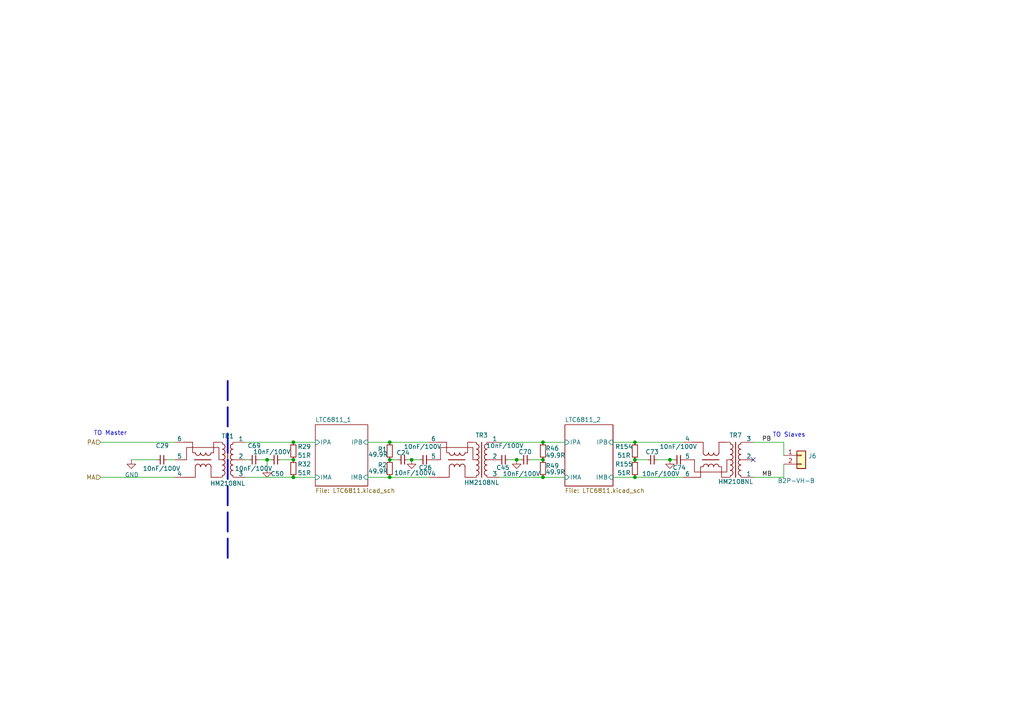
<source format=kicad_sch>
(kicad_sch
	(version 20250114)
	(generator "eeschema")
	(generator_version "9.0")
	(uuid "c41df499-68de-4aa0-9182-9e8acfd86439")
	(paper "A4")
	(lib_symbols
		(symbol "Library:C"
			(pin_numbers
				(hide yes)
			)
			(pin_names
				(offset 0.254)
			)
			(exclude_from_sim no)
			(in_bom yes)
			(on_board yes)
			(property "Reference" "C"
				(at 0.635 2.54 0)
				(effects
					(font
						(size 1.27 1.27)
					)
					(justify left)
				)
			)
			(property "Value" "C"
				(at 0.635 -2.54 0)
				(effects
					(font
						(size 1.27 1.27)
					)
					(justify left)
				)
			)
			(property "Footprint" ""
				(at 0.9652 -3.81 0)
				(effects
					(font
						(size 1.27 1.27)
					)
					(hide yes)
				)
			)
			(property "Datasheet" "~"
				(at 0 0 0)
				(effects
					(font
						(size 1.27 1.27)
					)
					(hide yes)
				)
			)
			(property "Description" "Unpolarized capacitor"
				(at 0 0 0)
				(effects
					(font
						(size 1.27 1.27)
					)
					(hide yes)
				)
			)
			(property "ki_keywords" "cap capacitor"
				(at 0 0 0)
				(effects
					(font
						(size 1.27 1.27)
					)
					(hide yes)
				)
			)
			(property "ki_fp_filters" "C_*"
				(at 0 0 0)
				(effects
					(font
						(size 1.27 1.27)
					)
					(hide yes)
				)
			)
			(symbol "C_1_1"
				(polyline
					(pts
						(xy -1.27 0.508) (xy 1.27 0.508)
					)
					(stroke
						(width 0.254)
						(type default)
					)
					(fill
						(type none)
					)
				)
				(polyline
					(pts
						(xy -1.27 -0.508) (xy 1.27 -0.508)
					)
					(stroke
						(width 0.254)
						(type default)
					)
					(fill
						(type none)
					)
				)
				(pin passive line
					(at 0 1.27 270)
					(length 0.762)
					(name "~"
						(effects
							(font
								(size 1.27 1.27)
							)
						)
					)
					(number "1"
						(effects
							(font
								(size 1.27 1.27)
							)
						)
					)
				)
				(pin passive line
					(at 0 -1.27 90)
					(length 0.762)
					(name "~"
						(effects
							(font
								(size 1.27 1.27)
							)
						)
					)
					(number "2"
						(effects
							(font
								(size 1.27 1.27)
							)
						)
					)
				)
			)
			(embedded_fonts no)
		)
		(symbol "Library:Conn_01x02"
			(pin_names
				(offset 1.016)
				(hide yes)
			)
			(exclude_from_sim no)
			(in_bom yes)
			(on_board yes)
			(property "Reference" "J"
				(at 0 2.54 0)
				(effects
					(font
						(size 1.27 1.27)
					)
				)
			)
			(property "Value" "Conn_01x02"
				(at 0 -5.08 0)
				(effects
					(font
						(size 1.27 1.27)
					)
				)
			)
			(property "Footprint" ""
				(at 0 0 0)
				(effects
					(font
						(size 1.27 1.27)
					)
					(hide yes)
				)
			)
			(property "Datasheet" "~"
				(at 0 0 0)
				(effects
					(font
						(size 1.27 1.27)
					)
					(hide yes)
				)
			)
			(property "Description" "Generic connector, single row, 01x02, script generated (kicad-library-utils/schlib/autogen/connector/)"
				(at 0 0 0)
				(effects
					(font
						(size 1.27 1.27)
					)
					(hide yes)
				)
			)
			(property "ki_keywords" "connector"
				(at 0 0 0)
				(effects
					(font
						(size 1.27 1.27)
					)
					(hide yes)
				)
			)
			(property "ki_fp_filters" "Connector*:*_1x??_*"
				(at 0 0 0)
				(effects
					(font
						(size 1.27 1.27)
					)
					(hide yes)
				)
			)
			(symbol "Conn_01x02_1_1"
				(rectangle
					(start -1.27 1.27)
					(end 1.27 -3.81)
					(stroke
						(width 0.254)
						(type default)
					)
					(fill
						(type background)
					)
				)
				(rectangle
					(start -1.27 0.127)
					(end 0 -0.127)
					(stroke
						(width 0.1524)
						(type default)
					)
					(fill
						(type none)
					)
				)
				(rectangle
					(start -1.27 -2.413)
					(end 0 -2.667)
					(stroke
						(width 0.1524)
						(type default)
					)
					(fill
						(type none)
					)
				)
				(pin passive line
					(at -5.08 0 0)
					(length 3.81)
					(name "Pin_1"
						(effects
							(font
								(size 1.27 1.27)
							)
						)
					)
					(number "1"
						(effects
							(font
								(size 1.27 1.27)
							)
						)
					)
				)
				(pin passive line
					(at -5.08 -2.54 0)
					(length 3.81)
					(name "Pin_2"
						(effects
							(font
								(size 1.27 1.27)
							)
						)
					)
					(number "2"
						(effects
							(font
								(size 1.27 1.27)
							)
						)
					)
				)
			)
			(embedded_fonts no)
		)
		(symbol "Library:GND"
			(power)
			(pin_names
				(offset 0)
			)
			(exclude_from_sim no)
			(in_bom yes)
			(on_board yes)
			(property "Reference" "#PWR"
				(at 0 -6.35 0)
				(effects
					(font
						(size 1.27 1.27)
					)
					(hide yes)
				)
			)
			(property "Value" "GND"
				(at 0 -3.81 0)
				(effects
					(font
						(size 1.27 1.27)
					)
				)
			)
			(property "Footprint" ""
				(at 0 0 0)
				(effects
					(font
						(size 1.27 1.27)
					)
					(hide yes)
				)
			)
			(property "Datasheet" ""
				(at 0 0 0)
				(effects
					(font
						(size 1.27 1.27)
					)
					(hide yes)
				)
			)
			(property "Description" "Power symbol creates a global label with name \"GND\" , ground"
				(at 0 0 0)
				(effects
					(font
						(size 1.27 1.27)
					)
					(hide yes)
				)
			)
			(property "ki_keywords" "global power"
				(at 0 0 0)
				(effects
					(font
						(size 1.27 1.27)
					)
					(hide yes)
				)
			)
			(symbol "GND_0_1"
				(polyline
					(pts
						(xy 0 0) (xy 0 -1.27) (xy 1.27 -1.27) (xy 0 -2.54) (xy -1.27 -1.27) (xy 0 -1.27)
					)
					(stroke
						(width 0)
						(type default)
					)
					(fill
						(type none)
					)
				)
			)
			(symbol "GND_1_1"
				(pin power_in line
					(at 0 0 270)
					(length 0)
					(hide yes)
					(name "GND"
						(effects
							(font
								(size 1.27 1.27)
							)
						)
					)
					(number "1"
						(effects
							(font
								(size 1.27 1.27)
							)
						)
					)
				)
			)
			(embedded_fonts no)
		)
		(symbol "Library:GND_PACK"
			(power)
			(pin_names
				(offset 0)
			)
			(exclude_from_sim no)
			(in_bom yes)
			(on_board yes)
			(property "Reference" "#PWR"
				(at 0 -6.35 0)
				(effects
					(font
						(size 1.27 1.27)
					)
					(hide yes)
				)
			)
			(property "Value" "GND_PACK"
				(at 0 -3.81 0)
				(effects
					(font
						(size 1.27 1.27)
					)
				)
			)
			(property "Footprint" ""
				(at 0 0 0)
				(effects
					(font
						(size 1.27 1.27)
					)
					(hide yes)
				)
			)
			(property "Datasheet" ""
				(at 0 0 0)
				(effects
					(font
						(size 1.27 1.27)
					)
					(hide yes)
				)
			)
			(property "Description" "Power symbol creates a global label with name \"GND_PACK\" , ground"
				(at 0 0 0)
				(effects
					(font
						(size 1.27 1.27)
					)
					(hide yes)
				)
			)
			(property "ki_keywords" "global power"
				(at 0 0 0)
				(effects
					(font
						(size 1.27 1.27)
					)
					(hide yes)
				)
			)
			(symbol "GND_PACK_0_1"
				(polyline
					(pts
						(xy 0 0) (xy 0 -1.27) (xy 1.27 -1.27) (xy 0 -2.54) (xy -1.27 -1.27) (xy 0 -1.27)
					)
					(stroke
						(width 0)
						(type default)
					)
					(fill
						(type none)
					)
				)
			)
			(symbol "GND_PACK_1_1"
				(pin power_in line
					(at 0 0 270)
					(length 0)
					(hide yes)
					(name "GND_PACK"
						(effects
							(font
								(size 1.27 1.27)
							)
						)
					)
					(number "1"
						(effects
							(font
								(size 1.27 1.27)
							)
						)
					)
				)
			)
			(embedded_fonts no)
		)
		(symbol "Library:HM2108NL"
			(pin_numbers
				(hide yes)
			)
			(pin_names
				(offset 0)
			)
			(exclude_from_sim no)
			(in_bom yes)
			(on_board yes)
			(property "Reference" "TR"
				(at 0 -13.97 0)
				(effects
					(font
						(size 1.27 1.27)
					)
				)
			)
			(property "Value" "HM2108NL"
				(at -5.08 6.35 0)
				(effects
					(font
						(size 1.27 1.27)
					)
				)
			)
			(property "Footprint" ""
				(at 1.27 -2.54 0)
				(effects
					(font
						(size 1.27 1.27)
					)
					(hide yes)
				)
			)
			(property "Datasheet" ""
				(at 1.27 -2.54 0)
				(effects
					(font
						(size 1.27 1.27)
					)
					(hide yes)
				)
			)
			(property "Description" ""
				(at 0 0 0)
				(effects
					(font
						(size 1.27 1.27)
					)
					(hide yes)
				)
			)
			(symbol "HM2108NL_1_1"
				(polyline
					(pts
						(xy -12.7 3.81) (xy -9.398 3.81) (xy -9.398 0.762)
					)
					(stroke
						(width 0.1778)
						(type solid)
					)
					(fill
						(type none)
					)
				)
				(polyline
					(pts
						(xy -12.7 -1.27) (xy -11.938 -1.27)
					)
					(stroke
						(width 0.1778)
						(type solid)
					)
					(fill
						(type none)
					)
				)
				(polyline
					(pts
						(xy -10.16 -6.35) (xy -12.7 -6.35)
					)
					(stroke
						(width 0.1778)
						(type solid)
					)
					(fill
						(type none)
					)
				)
				(polyline
					(pts
						(xy -10.16 -6.35) (xy -10.16 -3.302) (xy -9.398 -3.302)
					)
					(stroke
						(width 0.1778)
						(type solid)
					)
					(fill
						(type none)
					)
				)
				(polyline
					(pts
						(xy -9.652 -1.27) (xy -4.826 -1.27)
					)
					(stroke
						(width 0.254)
						(type solid)
					)
					(fill
						(type none)
					)
				)
				(arc
					(start -7.874 0.762)
					(mid -8.636 0.0033)
					(end -9.398 0.762)
					(stroke
						(width 0.2032)
						(type solid)
					)
					(fill
						(type none)
					)
				)
				(arc
					(start -9.398 -3.302)
					(mid -8.636 -2.5433)
					(end -7.874 -3.302)
					(stroke
						(width 0.2032)
						(type solid)
					)
					(fill
						(type none)
					)
				)
				(arc
					(start -6.35 0.762)
					(mid -7.112 0.0033)
					(end -7.874 0.762)
					(stroke
						(width 0.2032)
						(type solid)
					)
					(fill
						(type none)
					)
				)
				(arc
					(start -7.874 -3.302)
					(mid -7.112 -2.5433)
					(end -6.35 -3.302)
					(stroke
						(width 0.2032)
						(type solid)
					)
					(fill
						(type none)
					)
				)
				(arc
					(start -4.826 0.762)
					(mid -5.588 0.0033)
					(end -6.35 0.762)
					(stroke
						(width 0.2032)
						(type solid)
					)
					(fill
						(type none)
					)
				)
				(arc
					(start -6.35 -3.302)
					(mid -5.588 -2.5433)
					(end -4.826 -3.302)
					(stroke
						(width 0.2032)
						(type solid)
					)
					(fill
						(type none)
					)
				)
				(polyline
					(pts
						(xy -4.826 3.81) (xy -2.54 3.81)
					)
					(stroke
						(width 0.1778)
						(type solid)
					)
					(fill
						(type none)
					)
				)
				(polyline
					(pts
						(xy -4.826 0.762) (xy -4.826 3.81)
					)
					(stroke
						(width 0.1778)
						(type solid)
					)
					(fill
						(type none)
					)
				)
				(polyline
					(pts
						(xy -4.826 -3.302) (xy -4.064 -3.302) (xy -4.064 -6.35) (xy -2.54 -6.35)
					)
					(stroke
						(width 0.1778)
						(type solid)
					)
					(fill
						(type none)
					)
				)
				(polyline
					(pts
						(xy -2.54 -1.27) (xy -2.54 -4.826) (xy -11.938 -4.826) (xy -11.938 -1.27)
					)
					(stroke
						(width 0.1778)
						(type solid)
					)
					(fill
						(type none)
					)
				)
				(arc
					(start -1.524 3.302)
					(mid -0.7653 2.54)
					(end -1.524 1.778)
					(stroke
						(width 0.2032)
						(type solid)
					)
					(fill
						(type none)
					)
				)
				(arc
					(start -1.524 1.778)
					(mid -0.7653 1.016)
					(end -1.524 0.254)
					(stroke
						(width 0.2032)
						(type solid)
					)
					(fill
						(type none)
					)
				)
				(arc
					(start -1.524 0.254)
					(mid -0.7653 -0.508)
					(end -1.524 -1.27)
					(stroke
						(width 0.2032)
						(type solid)
					)
					(fill
						(type none)
					)
				)
				(arc
					(start -1.524 -1.27)
					(mid -0.7653 -2.032)
					(end -1.524 -2.794)
					(stroke
						(width 0.2032)
						(type solid)
					)
					(fill
						(type none)
					)
				)
				(arc
					(start -1.524 -2.794)
					(mid -0.7653 -3.556)
					(end -1.524 -4.318)
					(stroke
						(width 0.2032)
						(type solid)
					)
					(fill
						(type none)
					)
				)
				(arc
					(start -1.524 -4.318)
					(mid -0.7653 -5.08)
					(end -1.524 -5.842)
					(stroke
						(width 0.2032)
						(type solid)
					)
					(fill
						(type none)
					)
				)
				(polyline
					(pts
						(xy -1.524 3.302) (xy -1.524 3.81) (xy -2.54 3.81) (xy -2.54 3.81)
					)
					(stroke
						(width 0)
						(type solid)
					)
					(fill
						(type none)
					)
				)
				(polyline
					(pts
						(xy -1.524 -1.27) (xy -2.54 -1.27) (xy -2.54 -1.27)
					)
					(stroke
						(width 0)
						(type solid)
					)
					(fill
						(type outline)
					)
				)
				(polyline
					(pts
						(xy -1.524 -5.842) (xy -1.524 -6.35) (xy -2.54 -6.35) (xy -2.54 -6.35)
					)
					(stroke
						(width 0)
						(type solid)
					)
					(fill
						(type none)
					)
				)
				(polyline
					(pts
						(xy 0 -6.35) (xy 0 3.81)
					)
					(stroke
						(width 0.254)
						(type solid)
					)
					(fill
						(type none)
					)
				)
				(polyline
					(pts
						(xy 1.524 3.302) (xy 1.524 3.81) (xy 2.54 3.81) (xy 2.54 3.81)
					)
					(stroke
						(width 0)
						(type solid)
					)
					(fill
						(type none)
					)
				)
				(polyline
					(pts
						(xy 1.524 -1.27) (xy 2.54 -1.27) (xy 2.54 -1.27)
					)
					(stroke
						(width 0)
						(type solid)
					)
					(fill
						(type outline)
					)
				)
				(polyline
					(pts
						(xy 1.524 -5.842) (xy 1.524 -6.35) (xy 2.54 -6.35) (xy 2.54 -6.35)
					)
					(stroke
						(width 0)
						(type solid)
					)
					(fill
						(type none)
					)
				)
				(arc
					(start 1.524 1.778)
					(mid 0.7653 2.54)
					(end 1.524 3.302)
					(stroke
						(width 0.2032)
						(type solid)
					)
					(fill
						(type none)
					)
				)
				(arc
					(start 1.524 0.254)
					(mid 0.7653 1.016)
					(end 1.524 1.778)
					(stroke
						(width 0.2032)
						(type solid)
					)
					(fill
						(type none)
					)
				)
				(arc
					(start 1.524 -1.27)
					(mid 0.7653 -0.508)
					(end 1.524 0.254)
					(stroke
						(width 0.2032)
						(type solid)
					)
					(fill
						(type none)
					)
				)
				(arc
					(start 1.524 -2.794)
					(mid 0.7653 -2.032)
					(end 1.524 -1.27)
					(stroke
						(width 0.2032)
						(type solid)
					)
					(fill
						(type none)
					)
				)
				(arc
					(start 1.524 -4.318)
					(mid 0.7653 -3.556)
					(end 1.524 -2.794)
					(stroke
						(width 0.2032)
						(type solid)
					)
					(fill
						(type none)
					)
				)
				(arc
					(start 1.524 -5.842)
					(mid 0.7653 -5.08)
					(end 1.524 -4.318)
					(stroke
						(width 0.2032)
						(type solid)
					)
					(fill
						(type none)
					)
				)
				(pin passive line
					(at -15.24 3.81 0)
					(length 2.54)
					(name "4"
						(effects
							(font
								(size 1.27 1.27)
							)
						)
					)
					(number "4"
						(effects
							(font
								(size 1.27 1.27)
							)
						)
					)
				)
				(pin passive line
					(at -15.24 -1.27 0)
					(length 2.54)
					(name "5"
						(effects
							(font
								(size 1.27 1.27)
							)
						)
					)
					(number "5"
						(effects
							(font
								(size 1.27 1.27)
							)
						)
					)
				)
				(pin passive line
					(at -15.24 -6.35 0)
					(length 2.54)
					(name "6"
						(effects
							(font
								(size 1.27 1.27)
							)
						)
					)
					(number "6"
						(effects
							(font
								(size 1.27 1.27)
							)
						)
					)
				)
				(pin passive line
					(at 5.08 3.81 180)
					(length 2.54)
					(name "3"
						(effects
							(font
								(size 1.27 1.27)
							)
						)
					)
					(number "3"
						(effects
							(font
								(size 1.27 1.27)
							)
						)
					)
				)
				(pin passive line
					(at 5.08 -1.27 180)
					(length 2.54)
					(name "2"
						(effects
							(font
								(size 1.27 1.27)
							)
						)
					)
					(number "2"
						(effects
							(font
								(size 1.27 1.27)
							)
						)
					)
				)
				(pin passive line
					(at 5.08 -6.35 180)
					(length 2.54)
					(name "1"
						(effects
							(font
								(size 1.27 1.27)
							)
						)
					)
					(number "1"
						(effects
							(font
								(size 1.27 1.27)
							)
						)
					)
				)
			)
			(embedded_fonts no)
		)
		(symbol "Library:Logo_Tetra"
			(exclude_from_sim no)
			(in_bom yes)
			(on_board yes)
			(property "Reference" "U"
				(at -0.762 0 0)
				(effects
					(font
						(size 1.27 1.27)
					)
				)
			)
			(property "Value" ""
				(at -0.762 0 0)
				(effects
					(font
						(size 1.27 1.27)
					)
				)
			)
			(property "Footprint" ""
				(at -0.762 0 0)
				(effects
					(font
						(size 1.27 1.27)
					)
					(hide yes)
				)
			)
			(property "Datasheet" ""
				(at -0.762 0 0)
				(effects
					(font
						(size 1.27 1.27)
					)
					(hide yes)
				)
			)
			(property "Description" ""
				(at -0.762 0 0)
				(effects
					(font
						(size 1.27 1.27)
					)
					(hide yes)
				)
			)
			(symbol "Logo_Tetra_1_1"
				(polyline
					(pts
						(xy -0.508 2.54) (xy -2.794 2.54) (xy -4.318 0.254) (xy -0.508 -5.588) (xy -0.508 2.54)
					)
					(stroke
						(width 0)
						(type default)
						(color 38 9 255 1)
					)
					(fill
						(type color)
						(color 38 9 255 1)
					)
				)
				(polyline
					(pts
						(xy 0 7.366) (xy -2.54 3.302) (xy 2.54 3.302) (xy 0 7.366)
					)
					(stroke
						(width 0)
						(type default)
						(color 88 80 0 1)
					)
					(fill
						(type color)
						(color 88 80 0 1)
					)
				)
				(polyline
					(pts
						(xy 0.508 2.54) (xy 2.794 2.54) (xy 4.318 0.254) (xy 0.508 -5.588) (xy 0.508 2.54)
					)
					(stroke
						(width 0)
						(type default)
						(color 255 228 16 1)
					)
					(fill
						(type color)
						(color 255 228 16 1)
					)
				)
				(text "t"
					(at -16.002 -1.27 0)
					(effects
						(font
							(size 8.89 8.89)
						)
					)
				)
				(text "e"
					(at -8.89 -1.27 0)
					(effects
						(font
							(face "KiCad Font")
							(size 8.89 8.89)
						)
					)
				)
				(text "r"
					(at 7.112 -1.27 0)
					(effects
						(font
							(size 8.89 8.89)
						)
					)
				)
				(text "a"
					(at 13.462 -1.27 0)
					(effects
						(font
							(face "KiCad Font")
							(size 8.89 8.89)
						)
					)
				)
			)
			(embedded_fonts no)
		)
		(symbol "Library:R_Small"
			(pin_numbers
				(hide yes)
			)
			(pin_names
				(offset 0.254)
				(hide yes)
			)
			(exclude_from_sim no)
			(in_bom yes)
			(on_board yes)
			(property "Reference" "R"
				(at 0.762 0.508 0)
				(effects
					(font
						(size 1.27 1.27)
					)
					(justify left)
				)
			)
			(property "Value" "R_Small"
				(at 0.762 -1.016 0)
				(effects
					(font
						(size 1.27 1.27)
					)
					(justify left)
				)
			)
			(property "Footprint" ""
				(at 0 0 0)
				(effects
					(font
						(size 1.27 1.27)
					)
					(hide yes)
				)
			)
			(property "Datasheet" "~"
				(at 0 0 0)
				(effects
					(font
						(size 1.27 1.27)
					)
					(hide yes)
				)
			)
			(property "Description" "Resistor, small symbol"
				(at 0 0 0)
				(effects
					(font
						(size 1.27 1.27)
					)
					(hide yes)
				)
			)
			(property "ki_keywords" "R resistor"
				(at 0 0 0)
				(effects
					(font
						(size 1.27 1.27)
					)
					(hide yes)
				)
			)
			(property "ki_fp_filters" "R_*"
				(at 0 0 0)
				(effects
					(font
						(size 1.27 1.27)
					)
					(hide yes)
				)
			)
			(symbol "R_Small_0_1"
				(rectangle
					(start -0.762 1.778)
					(end 0.762 -1.778)
					(stroke
						(width 0.2032)
						(type default)
					)
					(fill
						(type none)
					)
				)
			)
			(symbol "R_Small_1_1"
				(pin passive line
					(at 0 2.54 270)
					(length 0.762)
					(name "~"
						(effects
							(font
								(size 1.27 1.27)
							)
						)
					)
					(number "1"
						(effects
							(font
								(size 1.27 1.27)
							)
						)
					)
				)
				(pin passive line
					(at 0 -2.54 90)
					(length 0.762)
					(name "~"
						(effects
							(font
								(size 1.27 1.27)
							)
						)
					)
					(number "2"
						(effects
							(font
								(size 1.27 1.27)
							)
						)
					)
				)
			)
			(embedded_fonts no)
		)
	)
	(text "TO Slaves"
		(exclude_from_sim no)
		(at 228.854 126.238 0)
		(effects
			(font
				(size 1.27 1.27)
			)
		)
		(uuid "69e2a0a5-daf9-4df4-a3a2-8d9fadd4c978")
	)
	(text "TO Master"
		(exclude_from_sim no)
		(at 32.004 125.73 0)
		(effects
			(font
				(size 1.27 1.27)
			)
		)
		(uuid "8511b27d-a852-4513-ba63-a4f671833e67")
	)
	(junction
		(at 184.15 128.27)
		(diameter 0)
		(color 0 0 0 0)
		(uuid "17ae8e69-58f3-4859-818b-a12e63155f6a")
	)
	(junction
		(at 85.09 133.35)
		(diameter 0)
		(color 0 0 0 0)
		(uuid "1aa82eaf-40f5-472b-a381-cbc0172ac160")
	)
	(junction
		(at 157.48 133.35)
		(diameter 0)
		(color 0 0 0 0)
		(uuid "328115e1-1b51-49ee-9c68-84a891253d4f")
	)
	(junction
		(at 194.31 133.35)
		(diameter 0)
		(color 0 0 0 0)
		(uuid "40faadf4-dc77-4a47-babe-f55c5e54255b")
	)
	(junction
		(at 85.09 128.27)
		(diameter 0)
		(color 0 0 0 0)
		(uuid "4c70f886-f77e-48d0-aca0-33b250de242f")
	)
	(junction
		(at 184.15 138.43)
		(diameter 0)
		(color 0 0 0 0)
		(uuid "5ffd13d9-a52d-41d9-9618-5d07c55cd198")
	)
	(junction
		(at 77.47 133.35)
		(diameter 0)
		(color 0 0 0 0)
		(uuid "6460ab8f-2ce3-400a-b1fa-9a2fabe53ec1")
	)
	(junction
		(at 157.48 128.27)
		(diameter 0)
		(color 0 0 0 0)
		(uuid "6ae61f26-ab3b-4376-ae01-ecdab1406cf0")
	)
	(junction
		(at 184.15 133.35)
		(diameter 0)
		(color 0 0 0 0)
		(uuid "83a67c93-ede4-420d-a3f1-d79e48c38400")
	)
	(junction
		(at 157.48 138.43)
		(diameter 0)
		(color 0 0 0 0)
		(uuid "8dd27447-a24e-4f6c-bc8f-9a99e0bec5cd")
	)
	(junction
		(at 119.38 133.35)
		(diameter 0)
		(color 0 0 0 0)
		(uuid "91086ea8-d3e4-41a2-8b64-4e136224384c")
	)
	(junction
		(at 149.86 133.35)
		(diameter 0)
		(color 0 0 0 0)
		(uuid "950d1365-b806-46b5-8db0-f4148f75ebed")
	)
	(junction
		(at 85.09 138.43)
		(diameter 0)
		(color 0 0 0 0)
		(uuid "ad120fbc-49ea-4467-8f54-5b623c07e2f9")
	)
	(junction
		(at 113.03 128.27)
		(diameter 0)
		(color 0 0 0 0)
		(uuid "afd28608-f2e8-42f2-a3f4-cc5505cd674d")
	)
	(junction
		(at 113.03 138.43)
		(diameter 0)
		(color 0 0 0 0)
		(uuid "b7408174-56ae-4c77-8c90-f70a4eb4ede5")
	)
	(junction
		(at 113.03 133.35)
		(diameter 0)
		(color 0 0 0 0)
		(uuid "ec776644-f3d5-43d0-9cb3-2ccaa552f378")
	)
	(no_connect
		(at 218.44 133.35)
		(uuid "ff8b8287-a095-425a-b6a0-e872b7b098b2")
	)
	(wire
		(pts
			(xy 71.12 133.35) (xy 72.39 133.35)
		)
		(stroke
			(width 0)
			(type default)
		)
		(uuid "0515cb03-909f-4e21-b439-d4dfb1de9cf6")
	)
	(wire
		(pts
			(xy 194.31 133.35) (xy 195.58 133.35)
		)
		(stroke
			(width 0)
			(type default)
		)
		(uuid "0cb03fcf-20bc-41c7-b1ae-7a036307df32")
	)
	(wire
		(pts
			(xy 144.78 138.43) (xy 157.48 138.43)
		)
		(stroke
			(width 0)
			(type default)
		)
		(uuid "12c97bc9-476d-4d8a-81be-93f898bc9c94")
	)
	(wire
		(pts
			(xy 85.09 138.43) (xy 91.44 138.43)
		)
		(stroke
			(width 0)
			(type default)
		)
		(uuid "16321830-6cc9-47cf-971a-3da13f56502a")
	)
	(wire
		(pts
			(xy 48.26 133.35) (xy 50.8 133.35)
		)
		(stroke
			(width 0)
			(type default)
		)
		(uuid "1f8fc6ec-2988-43a1-a909-965c6434f877")
	)
	(wire
		(pts
			(xy 119.38 133.35) (xy 121.92 133.35)
		)
		(stroke
			(width 0)
			(type default)
		)
		(uuid "2882c383-0362-4517-9d68-555a172b139f")
	)
	(wire
		(pts
			(xy 147.32 133.35) (xy 149.86 133.35)
		)
		(stroke
			(width 0)
			(type default)
		)
		(uuid "28ecab1c-dbb6-46cd-ab0c-2230b4821c41")
	)
	(wire
		(pts
			(xy 71.12 128.27) (xy 85.09 128.27)
		)
		(stroke
			(width 0)
			(type default)
		)
		(uuid "318ea3de-267b-4261-a662-c7d393948544")
	)
	(wire
		(pts
			(xy 77.47 133.35) (xy 77.47 135.89)
		)
		(stroke
			(width 0)
			(type default)
		)
		(uuid "371a4f47-48b6-4fb4-94cf-b9f2a681cd45")
	)
	(wire
		(pts
			(xy 227.33 128.27) (xy 227.33 132.08)
		)
		(stroke
			(width 0)
			(type default)
		)
		(uuid "39859666-08e5-4a50-9f12-f4bcd1482ec8")
	)
	(wire
		(pts
			(xy 184.15 133.35) (xy 187.96 133.35)
		)
		(stroke
			(width 0)
			(type default)
		)
		(uuid "4220b9ff-365d-42a6-8d64-583e20d05c08")
	)
	(wire
		(pts
			(xy 71.12 138.43) (xy 85.09 138.43)
		)
		(stroke
			(width 0)
			(type default)
		)
		(uuid "4389a8ad-188a-40fd-aae5-93f8ddff353f")
	)
	(wire
		(pts
			(xy 177.8 128.27) (xy 184.15 128.27)
		)
		(stroke
			(width 0)
			(type default)
		)
		(uuid "4be926ef-050b-4035-b2a4-5051e967f0f7")
	)
	(wire
		(pts
			(xy 29.21 138.43) (xy 50.8 138.43)
		)
		(stroke
			(width 0)
			(type default)
		)
		(uuid "5efd55df-76bb-4fa3-b27d-fb8b893773f9")
	)
	(wire
		(pts
			(xy 218.44 128.27) (xy 227.33 128.27)
		)
		(stroke
			(width 0)
			(type default)
		)
		(uuid "605270d0-a22d-43eb-8f80-271830728b2a")
	)
	(wire
		(pts
			(xy 81.28 133.35) (xy 85.09 133.35)
		)
		(stroke
			(width 0)
			(type default)
		)
		(uuid "736e9efa-931b-4c80-958f-a5502fba3b76")
	)
	(wire
		(pts
			(xy 227.33 138.43) (xy 227.33 134.62)
		)
		(stroke
			(width 0)
			(type default)
		)
		(uuid "8c895afc-d998-410d-b98e-829d1faaa5c8")
	)
	(polyline
		(pts
			(xy 66.04 110.49) (xy 66.04 163.195)
		)
		(stroke
			(width 0.508)
			(type dash)
		)
		(uuid "8ea79524-4758-4a9c-bf6d-560bf69b3cab")
	)
	(wire
		(pts
			(xy 157.48 138.43) (xy 163.83 138.43)
		)
		(stroke
			(width 0)
			(type default)
		)
		(uuid "90fa303f-3668-451b-ba40-909c48ceb6dd")
	)
	(wire
		(pts
			(xy 113.03 128.27) (xy 124.46 128.27)
		)
		(stroke
			(width 0)
			(type default)
		)
		(uuid "929b260e-2429-48cb-91ba-21a6e8f0e903")
	)
	(wire
		(pts
			(xy 144.78 128.27) (xy 157.48 128.27)
		)
		(stroke
			(width 0)
			(type default)
		)
		(uuid "a0b1586b-b6d6-47b4-aa88-6d81543eb819")
	)
	(wire
		(pts
			(xy 157.48 128.27) (xy 163.83 128.27)
		)
		(stroke
			(width 0)
			(type default)
		)
		(uuid "a240eed0-e2d0-40b3-99c2-4eda939d0878")
	)
	(wire
		(pts
			(xy 38.1 133.35) (xy 45.72 133.35)
		)
		(stroke
			(width 0)
			(type default)
		)
		(uuid "a2d6a5aa-db69-4fec-8bc5-d0ba945e539a")
	)
	(wire
		(pts
			(xy 106.68 138.43) (xy 113.03 138.43)
		)
		(stroke
			(width 0)
			(type default)
		)
		(uuid "a4ce5d1b-7892-400d-a372-c3d6f2d5b949")
	)
	(wire
		(pts
			(xy 106.68 128.27) (xy 113.03 128.27)
		)
		(stroke
			(width 0)
			(type default)
		)
		(uuid "ab713703-fdb1-4c1f-b9b1-6a2e3e4048ca")
	)
	(wire
		(pts
			(xy 113.03 133.35) (xy 115.57 133.35)
		)
		(stroke
			(width 0)
			(type default)
		)
		(uuid "ab9b4c8c-1fd9-4433-b53c-2117d508af59")
	)
	(wire
		(pts
			(xy 113.03 138.43) (xy 124.46 138.43)
		)
		(stroke
			(width 0)
			(type default)
		)
		(uuid "b24dc63e-3641-42ab-8e61-2e758e7bbdaa")
	)
	(wire
		(pts
			(xy 77.47 133.35) (xy 78.74 133.35)
		)
		(stroke
			(width 0)
			(type default)
		)
		(uuid "b3bc7dc1-7c25-4c6f-8529-632e0f9cc9dd")
	)
	(wire
		(pts
			(xy 118.11 133.35) (xy 119.38 133.35)
		)
		(stroke
			(width 0)
			(type default)
		)
		(uuid "b9be9968-efe3-478c-9dc7-95e41a8e3d3f")
	)
	(wire
		(pts
			(xy 184.15 128.27) (xy 198.12 128.27)
		)
		(stroke
			(width 0)
			(type default)
		)
		(uuid "bae46b08-9937-4666-b2fd-9a2b59f2b59c")
	)
	(wire
		(pts
			(xy 177.8 138.43) (xy 184.15 138.43)
		)
		(stroke
			(width 0)
			(type default)
		)
		(uuid "c5cc9c48-dcc1-4686-8db9-349df05ef020")
	)
	(wire
		(pts
			(xy 149.86 133.35) (xy 151.13 133.35)
		)
		(stroke
			(width 0)
			(type default)
		)
		(uuid "cb5efa69-a2d2-43be-b4e6-a0bceb0cf28d")
	)
	(wire
		(pts
			(xy 153.67 133.35) (xy 157.48 133.35)
		)
		(stroke
			(width 0)
			(type default)
		)
		(uuid "d982ebdb-cc39-4fdd-bae4-b5e1eee22076")
	)
	(wire
		(pts
			(xy 218.44 138.43) (xy 227.33 138.43)
		)
		(stroke
			(width 0)
			(type default)
		)
		(uuid "dfaae3eb-a834-4b15-8e44-bed55169b9b3")
	)
	(wire
		(pts
			(xy 85.09 128.27) (xy 91.44 128.27)
		)
		(stroke
			(width 0)
			(type default)
		)
		(uuid "e5f71115-26e0-4534-b746-6f9168ebebce")
	)
	(wire
		(pts
			(xy 190.5 133.35) (xy 194.31 133.35)
		)
		(stroke
			(width 0)
			(type default)
		)
		(uuid "e6b1d7c6-6118-462f-a23d-c3b5a2b2bb89")
	)
	(wire
		(pts
			(xy 74.93 133.35) (xy 77.47 133.35)
		)
		(stroke
			(width 0)
			(type default)
		)
		(uuid "eb53881c-c96f-4596-8c6d-1e6159f34398")
	)
	(wire
		(pts
			(xy 184.15 138.43) (xy 198.12 138.43)
		)
		(stroke
			(width 0)
			(type default)
		)
		(uuid "fb36532e-4942-49c9-ad64-ceae22a9e2c2")
	)
	(wire
		(pts
			(xy 29.21 128.27) (xy 50.8 128.27)
		)
		(stroke
			(width 0)
			(type default)
		)
		(uuid "fd5bb9b3-1d45-40b9-ba85-3be303a9056c")
	)
	(label "MB"
		(at 220.98 138.43 0)
		(effects
			(font
				(size 1.27 1.27)
			)
			(justify left bottom)
		)
		(uuid "60640b76-889c-47e0-8c60-2a1ec8e59bd9")
	)
	(label "PB"
		(at 220.98 128.27 0)
		(effects
			(font
				(size 1.27 1.27)
			)
			(justify left bottom)
		)
		(uuid "8972150a-c3fb-4c3f-b1f8-b64a2ac57730")
	)
	(hierarchical_label "PA"
		(shape input)
		(at 29.21 128.27 180)
		(effects
			(font
				(size 1.27 1.27)
			)
			(justify right)
		)
		(uuid "c82b7509-138c-4767-a892-45527255cb11")
	)
	(hierarchical_label "MA"
		(shape input)
		(at 29.21 138.43 180)
		(effects
			(font
				(size 1.27 1.27)
			)
			(justify right)
		)
		(uuid "f3cd2bfb-272d-4de1-ba7d-bc47d53d1782")
	)
	(symbol
		(lib_id "Library:C")
		(at 152.4 133.35 270)
		(mirror x)
		(unit 1)
		(exclude_from_sim no)
		(in_bom yes)
		(on_board yes)
		(dnp no)
		(uuid "01172e7e-4ef7-418d-b07c-9e31635c6070")
		(property "Reference" "C70"
			(at 150.368 131.064 90)
			(effects
				(font
					(size 1.27 1.27)
				)
				(justify left)
			)
		)
		(property "Value" "10nF/100V"
			(at 145.796 137.414 90)
			(effects
				(font
					(size 1.27 1.27)
				)
				(justify left)
			)
		)
		(property "Footprint" "Capacitor_SMD:C_0603_1608Metric"
			(at 148.59 132.3848 0)
			(effects
				(font
					(size 1.27 1.27)
				)
				(hide yes)
			)
		)
		(property "Datasheet" "https://content.kemet.com/datasheets/KEM_X7R_FT_VW_AUDI.pdf"
			(at 152.4 133.35 0)
			(effects
				(font
					(size 1.27 1.27)
				)
				(hide yes)
			)
		)
		(property "Description" "10000 pF ±10% 100V Ceramic Capacitor X7R 0603 (1608 Metric)"
			(at 152.4 133.35 0)
			(effects
				(font
					(size 1.27 1.27)
				)
				(hide yes)
			)
		)
		(property "MPN" "C0603X103K1RAC3316"
			(at 152.4 133.35 0)
			(effects
				(font
					(size 1.27 1.27)
				)
				(hide yes)
			)
		)
		(property "Link" "https://www.digikey.jp/en/products/detail/kemet/C0603X103K1RAC3316/10315782"
			(at 152.4 133.35 0)
			(effects
				(font
					(size 1.27 1.27)
				)
				(hide yes)
			)
		)
		(pin "1"
			(uuid "0331f375-26fb-4c12-8f67-808b5efb4e21")
		)
		(pin "2"
			(uuid "6b7da889-1a12-4ecb-94c4-ff9de0958aa9")
		)
		(instances
			(project "LTC6811_ESP32_V3"
				(path "/6a86ff6f-b159-4c4c-8a40-e732cc82e010/6b51f869-3fd5-42f9-b3ca-66a1d105433e"
					(reference "C70")
					(unit 1)
				)
			)
		)
	)
	(symbol
		(lib_id "Library:R_Small")
		(at 85.09 135.89 180)
		(unit 1)
		(exclude_from_sim no)
		(in_bom yes)
		(on_board yes)
		(dnp no)
		(uuid "03b7e943-5764-4976-acc5-f4348bb8184b")
		(property "Reference" "R32"
			(at 88.265 134.62 0)
			(effects
				(font
					(size 1.27 1.27)
				)
			)
		)
		(property "Value" "51R"
			(at 88.265 137.16 0)
			(effects
				(font
					(size 1.27 1.27)
				)
			)
		)
		(property "Footprint" "Resistor_SMD:R_0603_1608Metric"
			(at 86.868 135.89 90)
			(effects
				(font
					(size 1.27 1.27)
				)
				(hide yes)
			)
		)
		(property "Datasheet" "https://www.yageo.com/upload/media/product/productsearch/datasheet/rchip/PYu-RC_Group_51_RoHS_L_12.pdf"
			(at 85.09 135.89 0)
			(effects
				(font
					(size 1.27 1.27)
				)
				(hide yes)
			)
		)
		(property "Description" "51 Ohms ±5% 0.1W, 1/10W Chip Resistor 0603 (1608 Metric) Moisture Resistant Thick Film"
			(at 85.09 135.89 0)
			(effects
				(font
					(size 1.27 1.27)
				)
				(hide yes)
			)
		)
		(property "MPN" "RC0603JR-0751RL"
			(at 85.09 135.89 0)
			(effects
				(font
					(size 1.27 1.27)
				)
				(hide yes)
			)
		)
		(property "Link" "https://www.digikey.jp/en/products/detail/yageo/RC0603JR-0751RL/726803?s=N4IgTCBcDaIEoGEAMA2JBmAUnAtEg7AKwCMcAMiALoC%2BQA"
			(at 85.09 135.89 0)
			(effects
				(font
					(size 1.27 1.27)
				)
				(hide yes)
			)
		)
		(pin "1"
			(uuid "fcb157cf-abf1-47c8-bc56-fb5fe329a29c")
		)
		(pin "2"
			(uuid "ceae048b-6282-415e-9d66-28b7ba3cadfd")
		)
		(instances
			(project "LTC6811_ESP32_V5"
				(path "/6a86ff6f-b159-4c4c-8a40-e732cc82e010/6b51f869-3fd5-42f9-b3ca-66a1d105433e"
					(reference "R32")
					(unit 1)
				)
			)
		)
	)
	(symbol
		(lib_id "Library:HM2108NL")
		(at 66.04 134.62 0)
		(mirror x)
		(unit 1)
		(exclude_from_sim no)
		(in_bom yes)
		(on_board yes)
		(dnp no)
		(uuid "063650ad-299a-46bb-a808-27f115a0cad0")
		(property "Reference" "TR1"
			(at 66.04 126.492 0)
			(effects
				(font
					(size 1.27 1.27)
				)
			)
		)
		(property "Value" "HM2108NL"
			(at 66.04 140.208 0)
			(effects
				(font
					(size 1.27 1.27)
				)
			)
		)
		(property "Footprint" "Transformer_SMD:HM2108NL"
			(at 67.31 132.08 0)
			(effects
				(font
					(size 1.27 1.27)
				)
				(hide yes)
			)
		)
		(property "Datasheet" "https://productfinder.pulseelectronics.com/api/open/part-attachments/datasheet/HM2108NL"
			(at 67.31 132.08 0)
			(effects
				(font
					(size 1.27 1.27)
				)
				(hide yes)
			)
		)
		(property "Description" "135µH Pulse Transformer Surface Mount"
			(at 66.04 134.62 0)
			(effects
				(font
					(size 1.27 1.27)
				)
				(hide yes)
			)
		)
		(property "MPN" "HM2108NL"
			(at 66.04 134.62 0)
			(effects
				(font
					(size 1.27 1.27)
				)
				(hide yes)
			)
		)
		(property "Link" "https://www.digikey.jp/en/products/detail/pulse-electronics/HM2108NL/7914611"
			(at 66.04 134.62 0)
			(effects
				(font
					(size 1.27 1.27)
				)
				(hide yes)
			)
		)
		(pin "1"
			(uuid "c726da3d-e678-4248-8248-db2c9949c5e0")
		)
		(pin "2"
			(uuid "64a2c6e0-f1d1-46d4-912e-e17aac448a16")
		)
		(pin "3"
			(uuid "6620f822-04fe-47bd-b178-35490dcc885c")
		)
		(pin "4"
			(uuid "a55cc958-1140-4e46-bf2c-eba5a9fea36c")
		)
		(pin "5"
			(uuid "3a016897-3425-4e67-b895-6b141e8fbebb")
		)
		(pin "6"
			(uuid "70f5e197-a87c-41c0-a15d-77698544a376")
		)
		(instances
			(project "LTC6811_ESP32_V3"
				(path "/6a86ff6f-b159-4c4c-8a40-e732cc82e010/6b51f869-3fd5-42f9-b3ca-66a1d105433e"
					(reference "TR1")
					(unit 1)
				)
			)
		)
	)
	(symbol
		(lib_id "Library:R_Small")
		(at 157.48 135.89 0)
		(mirror x)
		(unit 1)
		(exclude_from_sim no)
		(in_bom yes)
		(on_board yes)
		(dnp no)
		(uuid "12b5112c-49a3-40a0-a90c-af4da7d2b212")
		(property "Reference" "R49"
			(at 158.242 135.128 0)
			(effects
				(font
					(size 1.27 1.27)
				)
				(justify left)
			)
		)
		(property "Value" "49.9R"
			(at 158.242 136.906 0)
			(effects
				(font
					(size 1.27 1.27)
				)
				(justify left)
			)
		)
		(property "Footprint" "Resistor_SMD:R_0603_1608Metric"
			(at 157.48 135.89 0)
			(effects
				(font
					(size 1.27 1.27)
				)
				(hide yes)
			)
		)
		(property "Datasheet" "https://industrial.panasonic.com/cdbs/www-data/pdf/RDA0000/AOA0000C304.pdf"
			(at 157.48 135.89 0)
			(effects
				(font
					(size 1.27 1.27)
				)
				(hide yes)
			)
		)
		(property "Description" "49.9 Ohms ±1% 0.1W, 1/10W Chip Resistor 0603 (1608 Metric) Automotive AEC-Q200 Thick Film"
			(at 157.48 135.89 0)
			(effects
				(font
					(size 1.27 1.27)
				)
				(hide yes)
			)
		)
		(property "Link" "https://www.digikey.jp/en/products/detail/panasonic-electronic-components/ERJ-3EKF49R9V/196378"
			(at 157.48 135.89 0)
			(effects
				(font
					(size 1.27 1.27)
				)
				(hide yes)
			)
		)
		(property "MPN" "ERJ-3EKF49R9V"
			(at 157.48 135.89 0)
			(effects
				(font
					(size 1.27 1.27)
				)
				(hide yes)
			)
		)
		(pin "1"
			(uuid "95d0893e-0ca3-4984-8c22-cd882deb9d81")
		)
		(pin "2"
			(uuid "6a319fe1-78bd-4870-b4f8-efbd64b86631")
		)
		(instances
			(project "LTC6811_ESP32_V3"
				(path "/6a86ff6f-b159-4c4c-8a40-e732cc82e010/6b51f869-3fd5-42f9-b3ca-66a1d105433e"
					(reference "R49")
					(unit 1)
				)
			)
		)
	)
	(symbol
		(lib_id "Library:C")
		(at 196.85 133.35 270)
		(unit 1)
		(exclude_from_sim no)
		(in_bom yes)
		(on_board yes)
		(dnp no)
		(uuid "13b4933f-71e7-4fdd-b6ab-635ee1ba6d27")
		(property "Reference" "C74"
			(at 195.072 135.636 90)
			(effects
				(font
					(size 1.27 1.27)
				)
				(justify left)
			)
		)
		(property "Value" "10nF/100V"
			(at 191.262 129.54 90)
			(effects
				(font
					(size 1.27 1.27)
				)
				(justify left)
			)
		)
		(property "Footprint" "Capacitor_SMD:C_0603_1608Metric"
			(at 193.04 134.3152 0)
			(effects
				(font
					(size 1.27 1.27)
				)
				(hide yes)
			)
		)
		(property "Datasheet" "https://content.kemet.com/datasheets/KEM_X7R_FT_VW_AUDI.pdf"
			(at 196.85 133.35 0)
			(effects
				(font
					(size 1.27 1.27)
				)
				(hide yes)
			)
		)
		(property "Description" "10000 pF ±10% 100V Ceramic Capacitor X7R 0603 (1608 Metric)"
			(at 196.85 133.35 0)
			(effects
				(font
					(size 1.27 1.27)
				)
				(hide yes)
			)
		)
		(property "MPN" "C0603X103K1RAC3316"
			(at 196.85 133.35 0)
			(effects
				(font
					(size 1.27 1.27)
				)
				(hide yes)
			)
		)
		(property "Link" "https://www.digikey.jp/en/products/detail/kemet/C0603X103K1RAC3316/10315782"
			(at 196.85 133.35 0)
			(effects
				(font
					(size 1.27 1.27)
				)
				(hide yes)
			)
		)
		(pin "1"
			(uuid "69ed10c8-9bea-44af-ac76-19f7249d889d")
		)
		(pin "2"
			(uuid "7ddf8fbf-b593-4bdf-a8dd-5e06818c9656")
		)
		(instances
			(project "LTC6811_ESP32_V5"
				(path "/6a86ff6f-b159-4c4c-8a40-e732cc82e010/6b51f869-3fd5-42f9-b3ca-66a1d105433e"
					(reference "C74")
					(unit 1)
				)
			)
		)
	)
	(symbol
		(lib_id "Library:GND")
		(at 38.1 133.35 0)
		(unit 1)
		(exclude_from_sim no)
		(in_bom yes)
		(on_board yes)
		(dnp no)
		(uuid "1a0a3ed7-c307-4f25-b0fa-3a29338e3e33")
		(property "Reference" "#PWR049"
			(at 38.1 139.7 0)
			(effects
				(font
					(size 1.27 1.27)
				)
				(hide yes)
			)
		)
		(property "Value" "GND"
			(at 38.227 137.7442 0)
			(effects
				(font
					(size 1.27 1.27)
				)
			)
		)
		(property "Footprint" ""
			(at 38.1 133.35 0)
			(effects
				(font
					(size 1.27 1.27)
				)
				(hide yes)
			)
		)
		(property "Datasheet" ""
			(at 38.1 133.35 0)
			(effects
				(font
					(size 1.27 1.27)
				)
				(hide yes)
			)
		)
		(property "Description" ""
			(at 38.1 133.35 0)
			(effects
				(font
					(size 1.27 1.27)
				)
				(hide yes)
			)
		)
		(pin "1"
			(uuid "b359e080-a333-451f-bb83-9045a4e678ed")
		)
		(instances
			(project "LTC6811_ESP32_V5"
				(path "/6a86ff6f-b159-4c4c-8a40-e732cc82e010/6b51f869-3fd5-42f9-b3ca-66a1d105433e"
					(reference "#PWR049")
					(unit 1)
				)
			)
		)
	)
	(symbol
		(lib_id "Library:C")
		(at 46.99 133.35 90)
		(mirror x)
		(unit 1)
		(exclude_from_sim no)
		(in_bom yes)
		(on_board yes)
		(dnp no)
		(uuid "2f4059db-50d5-4725-9651-ce9e09270629")
		(property "Reference" "C29"
			(at 49.022 129.286 90)
			(effects
				(font
					(size 1.27 1.27)
				)
				(justify left)
			)
		)
		(property "Value" "10nF/100V"
			(at 52.324 135.89 90)
			(effects
				(font
					(size 1.27 1.27)
				)
				(justify left)
			)
		)
		(property "Footprint" "Capacitor_SMD:C_0603_1608Metric"
			(at 50.8 134.3152 0)
			(effects
				(font
					(size 1.27 1.27)
				)
				(hide yes)
			)
		)
		(property "Datasheet" "https://content.kemet.com/datasheets/KEM_X7R_FT_VW_AUDI.pdf"
			(at 46.99 133.35 0)
			(effects
				(font
					(size 1.27 1.27)
				)
				(hide yes)
			)
		)
		(property "Description" "10000 pF ±10% 100V Ceramic Capacitor X7R 0603 (1608 Metric)"
			(at 46.99 133.35 0)
			(effects
				(font
					(size 1.27 1.27)
				)
				(hide yes)
			)
		)
		(property "MPN" "C0603X103K1RAC3316"
			(at 46.99 133.35 0)
			(effects
				(font
					(size 1.27 1.27)
				)
				(hide yes)
			)
		)
		(property "Link" "https://www.digikey.jp/en/products/detail/kemet/C0603X103K1RAC3316/10315782"
			(at 46.99 133.35 0)
			(effects
				(font
					(size 1.27 1.27)
				)
				(hide yes)
			)
		)
		(pin "1"
			(uuid "7c2202a5-254e-41ec-b3e4-ec655c90b9a4")
		)
		(pin "2"
			(uuid "3a399e0e-1b88-4243-8eeb-cbadc397efbd")
		)
		(instances
			(project "LTC6811_ESP32_V5"
				(path "/6a86ff6f-b159-4c4c-8a40-e732cc82e010/6b51f869-3fd5-42f9-b3ca-66a1d105433e"
					(reference "C29")
					(unit 1)
				)
			)
		)
	)
	(symbol
		(lib_id "Library:GND_PACK")
		(at 77.47 135.89 0)
		(mirror y)
		(unit 1)
		(exclude_from_sim no)
		(in_bom yes)
		(on_board yes)
		(dnp no)
		(fields_autoplaced yes)
		(uuid "32237cf1-f34e-468a-8956-1acd53ff5b5a")
		(property "Reference" "#PWR017"
			(at 77.47 142.24 0)
			(effects
				(font
					(size 1.27 1.27)
				)
				(hide yes)
			)
		)
		(property "Value" "GND_PACK"
			(at 77.47 140.335 0)
			(effects
				(font
					(size 1.27 1.27)
				)
				(hide yes)
			)
		)
		(property "Footprint" ""
			(at 77.47 135.89 0)
			(effects
				(font
					(size 1.27 1.27)
				)
				(hide yes)
			)
		)
		(property "Datasheet" ""
			(at 77.47 135.89 0)
			(effects
				(font
					(size 1.27 1.27)
				)
				(hide yes)
			)
		)
		(property "Description" ""
			(at 77.47 135.89 0)
			(effects
				(font
					(size 1.27 1.27)
				)
				(hide yes)
			)
		)
		(pin "1"
			(uuid "869eeee0-b59f-4529-930c-b29b2c0d5fca")
		)
		(instances
			(project "LTC6811_ESP32_V3"
				(path "/6a86ff6f-b159-4c4c-8a40-e732cc82e010/6b51f869-3fd5-42f9-b3ca-66a1d105433e"
					(reference "#PWR017")
					(unit 1)
				)
			)
		)
	)
	(symbol
		(lib_id "Library:C")
		(at 123.19 133.35 270)
		(unit 1)
		(exclude_from_sim no)
		(in_bom yes)
		(on_board yes)
		(dnp no)
		(uuid "3feec49f-c2e8-4ef4-bc08-6ed0008e09c1")
		(property "Reference" "C26"
			(at 121.412 135.636 90)
			(effects
				(font
					(size 1.27 1.27)
				)
				(justify left)
			)
		)
		(property "Value" "10nF/100V"
			(at 117.094 129.54 90)
			(effects
				(font
					(size 1.27 1.27)
				)
				(justify left)
			)
		)
		(property "Footprint" "Capacitor_SMD:C_0603_1608Metric"
			(at 119.38 134.3152 0)
			(effects
				(font
					(size 1.27 1.27)
				)
				(hide yes)
			)
		)
		(property "Datasheet" "https://content.kemet.com/datasheets/KEM_X7R_FT_VW_AUDI.pdf"
			(at 123.19 133.35 0)
			(effects
				(font
					(size 1.27 1.27)
				)
				(hide yes)
			)
		)
		(property "Description" "10000 pF ±10% 100V Ceramic Capacitor X7R 0603 (1608 Metric)"
			(at 123.19 133.35 0)
			(effects
				(font
					(size 1.27 1.27)
				)
				(hide yes)
			)
		)
		(property "MPN" "C0603X103K1RAC3316"
			(at 123.19 133.35 0)
			(effects
				(font
					(size 1.27 1.27)
				)
				(hide yes)
			)
		)
		(property "Link" "https://www.digikey.jp/en/products/detail/kemet/C0603X103K1RAC3316/10315782"
			(at 123.19 133.35 0)
			(effects
				(font
					(size 1.27 1.27)
				)
				(hide yes)
			)
		)
		(pin "1"
			(uuid "8e2e4008-2ac3-47c8-b532-f593635c99dd")
		)
		(pin "2"
			(uuid "cc242911-466f-4421-86d3-f61d5d1d6fc7")
		)
		(instances
			(project "LTC6811_ESP32_V2"
				(path "/6a86ff6f-b159-4c4c-8a40-e732cc82e010/6b51f869-3fd5-42f9-b3ca-66a1d105433e"
					(reference "C26")
					(unit 1)
				)
			)
		)
	)
	(symbol
		(lib_id "Library:C")
		(at 146.05 133.35 90)
		(mirror x)
		(unit 1)
		(exclude_from_sim no)
		(in_bom yes)
		(on_board yes)
		(dnp no)
		(uuid "5459a3cb-75e2-4997-b885-dc9686366453")
		(property "Reference" "C45"
			(at 147.828 135.636 90)
			(effects
				(font
					(size 1.27 1.27)
				)
				(justify left)
			)
		)
		(property "Value" "10nF/100V"
			(at 151.892 129.286 90)
			(effects
				(font
					(size 1.27 1.27)
				)
				(justify left)
			)
		)
		(property "Footprint" "Capacitor_SMD:C_0603_1608Metric"
			(at 149.86 134.3152 0)
			(effects
				(font
					(size 1.27 1.27)
				)
				(hide yes)
			)
		)
		(property "Datasheet" "https://content.kemet.com/datasheets/KEM_X7R_FT_VW_AUDI.pdf"
			(at 146.05 133.35 0)
			(effects
				(font
					(size 1.27 1.27)
				)
				(hide yes)
			)
		)
		(property "Description" "10000 pF ±10% 100V Ceramic Capacitor X7R 0603 (1608 Metric)"
			(at 146.05 133.35 0)
			(effects
				(font
					(size 1.27 1.27)
				)
				(hide yes)
			)
		)
		(property "MPN" "C0603X103K1RAC3316"
			(at 146.05 133.35 0)
			(effects
				(font
					(size 1.27 1.27)
				)
				(hide yes)
			)
		)
		(property "Link" "https://www.digikey.jp/en/products/detail/kemet/C0603X103K1RAC3316/10315782"
			(at 146.05 133.35 0)
			(effects
				(font
					(size 1.27 1.27)
				)
				(hide yes)
			)
		)
		(pin "1"
			(uuid "df70bcfb-8855-4b72-ab4d-e39fa5d89fcd")
		)
		(pin "2"
			(uuid "1d97e13e-b855-4e55-a9f8-672d83b571f1")
		)
		(instances
			(project "LTC6811_ESP32_V2"
				(path "/6a86ff6f-b159-4c4c-8a40-e732cc82e010/6b51f869-3fd5-42f9-b3ca-66a1d105433e"
					(reference "C45")
					(unit 1)
				)
			)
		)
	)
	(symbol
		(lib_id "Library:C")
		(at 80.01 133.35 270)
		(mirror x)
		(unit 1)
		(exclude_from_sim no)
		(in_bom yes)
		(on_board yes)
		(dnp no)
		(uuid "58c2e9ae-af03-4d46-81ca-1cb148ebc7a1")
		(property "Reference" "C50"
			(at 78.486 137.414 90)
			(effects
				(font
					(size 1.27 1.27)
				)
				(justify left)
			)
		)
		(property "Value" "10nF/100V"
			(at 73.406 131.064 90)
			(effects
				(font
					(size 1.27 1.27)
				)
				(justify left)
			)
		)
		(property "Footprint" "Capacitor_SMD:C_0603_1608Metric"
			(at 76.2 132.3848 0)
			(effects
				(font
					(size 1.27 1.27)
				)
				(hide yes)
			)
		)
		(property "Datasheet" "https://content.kemet.com/datasheets/KEM_X7R_FT_VW_AUDI.pdf"
			(at 80.01 133.35 0)
			(effects
				(font
					(size 1.27 1.27)
				)
				(hide yes)
			)
		)
		(property "Description" "10000 pF ±10% 100V Ceramic Capacitor X7R 0603 (1608 Metric)"
			(at 80.01 133.35 0)
			(effects
				(font
					(size 1.27 1.27)
				)
				(hide yes)
			)
		)
		(property "MPN" "C0603X103K1RAC3316"
			(at 80.01 133.35 0)
			(effects
				(font
					(size 1.27 1.27)
				)
				(hide yes)
			)
		)
		(property "Link" "https://www.digikey.jp/en/products/detail/kemet/C0603X103K1RAC3316/10315782"
			(at 80.01 133.35 0)
			(effects
				(font
					(size 1.27 1.27)
				)
				(hide yes)
			)
		)
		(pin "1"
			(uuid "680851c4-af73-421a-8246-182e0c266698")
		)
		(pin "2"
			(uuid "27d2aaf9-0ba4-48d3-be28-545ca5c36658")
		)
		(instances
			(project "LTC6811_ESP32_V3"
				(path "/6a86ff6f-b159-4c4c-8a40-e732cc82e010/6b51f869-3fd5-42f9-b3ca-66a1d105433e"
					(reference "C50")
					(unit 1)
				)
			)
		)
	)
	(symbol
		(lib_id "Library:R_Small")
		(at 184.15 135.89 0)
		(mirror x)
		(unit 1)
		(exclude_from_sim no)
		(in_bom yes)
		(on_board yes)
		(dnp no)
		(uuid "58c9ddd6-719b-46f4-a92f-21db0dd2cd36")
		(property "Reference" "R155"
			(at 180.975 134.62 0)
			(effects
				(font
					(size 1.27 1.27)
				)
			)
		)
		(property "Value" "51R"
			(at 180.975 137.16 0)
			(effects
				(font
					(size 1.27 1.27)
				)
			)
		)
		(property "Footprint" "Resistor_SMD:R_0603_1608Metric"
			(at 182.372 135.89 90)
			(effects
				(font
					(size 1.27 1.27)
				)
				(hide yes)
			)
		)
		(property "Datasheet" "https://www.yageo.com/upload/media/product/productsearch/datasheet/rchip/PYu-RC_Group_51_RoHS_L_12.pdf"
			(at 184.15 135.89 0)
			(effects
				(font
					(size 1.27 1.27)
				)
				(hide yes)
			)
		)
		(property "Description" "51 Ohms ±5% 0.1W, 1/10W Chip Resistor 0603 (1608 Metric) Moisture Resistant Thick Film"
			(at 184.15 135.89 0)
			(effects
				(font
					(size 1.27 1.27)
				)
				(hide yes)
			)
		)
		(property "MPN" "RC0603JR-0751RL"
			(at 184.15 135.89 0)
			(effects
				(font
					(size 1.27 1.27)
				)
				(hide yes)
			)
		)
		(property "Link" "https://www.digikey.jp/en/products/detail/yageo/RC0603JR-0751RL/726803?s=N4IgTCBcDaIEoGEAMA2JBmAUnAtEg7AKwCMcAMiALoC%2BQA"
			(at 184.15 135.89 0)
			(effects
				(font
					(size 1.27 1.27)
				)
				(hide yes)
			)
		)
		(pin "1"
			(uuid "d6a2cd5d-9055-4e8a-be45-b43030b8cf88")
		)
		(pin "2"
			(uuid "139c5944-5d95-44f3-b782-c6ce2c040bd5")
		)
		(instances
			(project "LTC6811_ESP32_V5"
				(path "/6a86ff6f-b159-4c4c-8a40-e732cc82e010/6b51f869-3fd5-42f9-b3ca-66a1d105433e"
					(reference "R155")
					(unit 1)
				)
			)
		)
	)
	(symbol
		(lib_id "Library:GND_PACK")
		(at 119.38 133.35 0)
		(mirror y)
		(unit 1)
		(exclude_from_sim no)
		(in_bom yes)
		(on_board yes)
		(dnp no)
		(uuid "5f8f10aa-244b-474f-ba4e-0c9a7226d578")
		(property "Reference" "#PWR010"
			(at 119.38 139.7 0)
			(effects
				(font
					(size 1.27 1.27)
				)
				(hide yes)
			)
		)
		(property "Value" "GND_PACK"
			(at 118.745 136.525 0)
			(effects
				(font
					(size 1.27 1.27)
				)
				(hide yes)
			)
		)
		(property "Footprint" ""
			(at 119.38 133.35 0)
			(effects
				(font
					(size 1.27 1.27)
				)
				(hide yes)
			)
		)
		(property "Datasheet" ""
			(at 119.38 133.35 0)
			(effects
				(font
					(size 1.27 1.27)
				)
				(hide yes)
			)
		)
		(property "Description" ""
			(at 119.38 133.35 0)
			(effects
				(font
					(size 1.27 1.27)
				)
				(hide yes)
			)
		)
		(pin "1"
			(uuid "4f1fd4df-40c6-4fda-ad3f-91c6c9b987b0")
		)
		(instances
			(project "LTC6811_ESP32_V2"
				(path "/6a86ff6f-b159-4c4c-8a40-e732cc82e010/6b51f869-3fd5-42f9-b3ca-66a1d105433e"
					(reference "#PWR010")
					(unit 1)
				)
			)
		)
	)
	(symbol
		(lib_id "Library:HM2108NL")
		(at 213.36 132.08 0)
		(unit 1)
		(exclude_from_sim no)
		(in_bom yes)
		(on_board yes)
		(dnp no)
		(uuid "67235cca-5144-48e8-bd41-8f4057a93616")
		(property "Reference" "TR7"
			(at 213.36 126.238 0)
			(effects
				(font
					(size 1.27 1.27)
				)
			)
		)
		(property "Value" "HM2108NL"
			(at 213.36 139.7 0)
			(effects
				(font
					(size 1.27 1.27)
				)
			)
		)
		(property "Footprint" "Transformer_SMD:HM2108NL"
			(at 214.63 134.62 0)
			(effects
				(font
					(size 1.27 1.27)
				)
				(hide yes)
			)
		)
		(property "Datasheet" "https://productfinder.pulseelectronics.com/api/open/part-attachments/datasheet/HM2108NL"
			(at 214.63 134.62 0)
			(effects
				(font
					(size 1.27 1.27)
				)
				(hide yes)
			)
		)
		(property "Description" "135µH Pulse Transformer Surface Mount"
			(at 213.36 132.08 0)
			(effects
				(font
					(size 1.27 1.27)
				)
				(hide yes)
			)
		)
		(property "MPN" "HM2108NL"
			(at 213.36 132.08 0)
			(effects
				(font
					(size 1.27 1.27)
				)
				(hide yes)
			)
		)
		(property "Link" "https://www.digikey.jp/en/products/detail/pulse-electronics/HM2108NL/7914611"
			(at 213.36 132.08 0)
			(effects
				(font
					(size 1.27 1.27)
				)
				(hide yes)
			)
		)
		(pin "1"
			(uuid "5ec36d2c-8145-48aa-9496-4e7e71fd32bd")
		)
		(pin "2"
			(uuid "4b83c13f-4eb7-42b2-b657-f824af032c3f")
		)
		(pin "3"
			(uuid "eecd924f-0eb5-4f92-80aa-10a25f254ade")
		)
		(pin "4"
			(uuid "483654eb-3a14-4fb6-98d7-711ce9dfc62d")
		)
		(pin "5"
			(uuid "7750ec53-4615-4231-90ed-85a3feb5f3e4")
		)
		(pin "6"
			(uuid "9a67f454-8ac4-43ad-a969-f8d5b393f9ba")
		)
		(instances
			(project "LTC6811_ESP32_V5"
				(path "/6a86ff6f-b159-4c4c-8a40-e732cc82e010/6b51f869-3fd5-42f9-b3ca-66a1d105433e"
					(reference "TR7")
					(unit 1)
				)
			)
		)
	)
	(symbol
		(lib_id "Library:C")
		(at 73.66 133.35 90)
		(mirror x)
		(unit 1)
		(exclude_from_sim no)
		(in_bom yes)
		(on_board yes)
		(dnp no)
		(uuid "6d80f135-3fc6-4c49-95b6-2e1b91626b02")
		(property "Reference" "C69"
			(at 75.692 129.286 90)
			(effects
				(font
					(size 1.27 1.27)
				)
				(justify left)
			)
		)
		(property "Value" "10nF/100V"
			(at 78.994 135.89 90)
			(effects
				(font
					(size 1.27 1.27)
				)
				(justify left)
			)
		)
		(property "Footprint" "Capacitor_SMD:C_0603_1608Metric"
			(at 77.47 134.3152 0)
			(effects
				(font
					(size 1.27 1.27)
				)
				(hide yes)
			)
		)
		(property "Datasheet" "https://content.kemet.com/datasheets/KEM_X7R_FT_VW_AUDI.pdf"
			(at 73.66 133.35 0)
			(effects
				(font
					(size 1.27 1.27)
				)
				(hide yes)
			)
		)
		(property "Description" "10000 pF ±10% 100V Ceramic Capacitor X7R 0603 (1608 Metric)"
			(at 73.66 133.35 0)
			(effects
				(font
					(size 1.27 1.27)
				)
				(hide yes)
			)
		)
		(property "MPN" "C0603X103K1RAC3316"
			(at 73.66 133.35 0)
			(effects
				(font
					(size 1.27 1.27)
				)
				(hide yes)
			)
		)
		(property "Link" "https://www.digikey.jp/en/products/detail/kemet/C0603X103K1RAC3316/10315782"
			(at 73.66 133.35 0)
			(effects
				(font
					(size 1.27 1.27)
				)
				(hide yes)
			)
		)
		(pin "1"
			(uuid "11ac129d-df66-4167-b57a-f1d658fc765d")
		)
		(pin "2"
			(uuid "5afa0e51-ae0c-442e-acb1-7a8f6cf95e16")
		)
		(instances
			(project "LTC6811_ESP32_V3"
				(path "/6a86ff6f-b159-4c4c-8a40-e732cc82e010/6b51f869-3fd5-42f9-b3ca-66a1d105433e"
					(reference "C69")
					(unit 1)
				)
			)
		)
	)
	(symbol
		(lib_id "Library:R_Small")
		(at 157.48 130.81 0)
		(mirror x)
		(unit 1)
		(exclude_from_sim no)
		(in_bom yes)
		(on_board yes)
		(dnp no)
		(uuid "71818942-3366-4bc6-a9b5-0c40a7dfcec5")
		(property "Reference" "R46"
			(at 158.242 130.048 0)
			(effects
				(font
					(size 1.27 1.27)
				)
				(justify left)
			)
		)
		(property "Value" "49.9R"
			(at 158.242 132.08 0)
			(effects
				(font
					(size 1.27 1.27)
				)
				(justify left)
			)
		)
		(property "Footprint" "Resistor_SMD:R_0603_1608Metric"
			(at 157.48 130.81 0)
			(effects
				(font
					(size 1.27 1.27)
				)
				(hide yes)
			)
		)
		(property "Datasheet" "https://industrial.panasonic.com/cdbs/www-data/pdf/RDA0000/AOA0000C304.pdf"
			(at 157.48 130.81 0)
			(effects
				(font
					(size 1.27 1.27)
				)
				(hide yes)
			)
		)
		(property "Description" "49.9 Ohms ±1% 0.1W, 1/10W Chip Resistor 0603 (1608 Metric) Automotive AEC-Q200 Thick Film"
			(at 157.48 130.81 0)
			(effects
				(font
					(size 1.27 1.27)
				)
				(hide yes)
			)
		)
		(property "Link" "https://www.digikey.jp/en/products/detail/panasonic-electronic-components/ERJ-3EKF49R9V/196378"
			(at 157.48 130.81 0)
			(effects
				(font
					(size 1.27 1.27)
				)
				(hide yes)
			)
		)
		(property "MPN" "ERJ-3EKF49R9V"
			(at 157.48 130.81 0)
			(effects
				(font
					(size 1.27 1.27)
				)
				(hide yes)
			)
		)
		(pin "1"
			(uuid "60da79aa-4bbe-4dcd-885e-978056d5eba7")
		)
		(pin "2"
			(uuid "fce4b258-8d3d-4ead-a5bc-fb3c94b5bdd7")
		)
		(instances
			(project "LTC6811_ESP32_V3"
				(path "/6a86ff6f-b159-4c4c-8a40-e732cc82e010/6b51f869-3fd5-42f9-b3ca-66a1d105433e"
					(reference "R46")
					(unit 1)
				)
			)
		)
	)
	(symbol
		(lib_id "Library:R_Small")
		(at 85.09 130.81 180)
		(unit 1)
		(exclude_from_sim no)
		(in_bom yes)
		(on_board yes)
		(dnp no)
		(uuid "74bffdc1-3e71-4226-b0a9-5ef148c4f615")
		(property "Reference" "R29"
			(at 88.265 129.54 0)
			(effects
				(font
					(size 1.27 1.27)
				)
			)
		)
		(property "Value" "51R"
			(at 88.265 132.08 0)
			(effects
				(font
					(size 1.27 1.27)
				)
			)
		)
		(property "Footprint" "Resistor_SMD:R_0603_1608Metric"
			(at 86.868 130.81 90)
			(effects
				(font
					(size 1.27 1.27)
				)
				(hide yes)
			)
		)
		(property "Datasheet" "https://www.yageo.com/upload/media/product/productsearch/datasheet/rchip/PYu-RC_Group_51_RoHS_L_12.pdf"
			(at 85.09 130.81 0)
			(effects
				(font
					(size 1.27 1.27)
				)
				(hide yes)
			)
		)
		(property "Description" "51 Ohms ±5% 0.1W, 1/10W Chip Resistor 0603 (1608 Metric) Moisture Resistant Thick Film"
			(at 85.09 130.81 0)
			(effects
				(font
					(size 1.27 1.27)
				)
				(hide yes)
			)
		)
		(property "MPN" "RC0603JR-0751RL"
			(at 85.09 130.81 0)
			(effects
				(font
					(size 1.27 1.27)
				)
				(hide yes)
			)
		)
		(property "Link" "https://www.digikey.jp/en/products/detail/yageo/RC0603JR-0751RL/726803?s=N4IgTCBcDaIEoGEAMA2JBmAUnAtEg7AKwCMcAMiALoC%2BQA"
			(at 85.09 130.81 0)
			(effects
				(font
					(size 1.27 1.27)
				)
				(hide yes)
			)
		)
		(pin "1"
			(uuid "94f6556a-1eb8-4ccf-a018-f4c9794a224a")
		)
		(pin "2"
			(uuid "593f1e06-f72c-4289-8406-9d47a61fb90a")
		)
		(instances
			(project "LTC6811_ESP32_V5"
				(path "/6a86ff6f-b159-4c4c-8a40-e732cc82e010/6b51f869-3fd5-42f9-b3ca-66a1d105433e"
					(reference "R29")
					(unit 1)
				)
			)
		)
	)
	(symbol
		(lib_id "Library:Logo_Tetra")
		(at 340.36 260.35 0)
		(unit 1)
		(exclude_from_sim no)
		(in_bom no)
		(on_board yes)
		(dnp no)
		(fields_autoplaced yes)
		(uuid "7685ef54-d2f4-4eb9-9a8a-f349dcbd5963")
		(property "Reference" "LOGO2"
			(at 348.107 251.587 0)
			(effects
				(font
					(size 1.27 1.27)
				)
				(hide yes)
			)
		)
		(property "Value" "teTra /NC"
			(at 340.614 252.476 0)
			(effects
				(font
					(size 1.27 1.27)
				)
				(hide yes)
			)
		)
		(property "Footprint" "Symbol:teTra-LOGO"
			(at 339.598 260.35 0)
			(effects
				(font
					(size 1.27 1.27)
				)
				(hide yes)
			)
		)
		(property "Datasheet" ""
			(at 339.598 260.35 0)
			(effects
				(font
					(size 1.27 1.27)
				)
				(hide yes)
			)
		)
		(property "Description" ""
			(at 339.598 260.35 0)
			(effects
				(font
					(size 1.27 1.27)
				)
				(hide yes)
			)
		)
		(instances
			(project "LTC6811_ESP32_V2"
				(path "/6a86ff6f-b159-4c4c-8a40-e732cc82e010/6b51f869-3fd5-42f9-b3ca-66a1d105433e"
					(reference "LOGO2")
					(unit 1)
				)
			)
		)
	)
	(symbol
		(lib_id "Library:R_Small")
		(at 184.15 130.81 0)
		(mirror x)
		(unit 1)
		(exclude_from_sim no)
		(in_bom yes)
		(on_board yes)
		(dnp no)
		(uuid "7cccfb44-db6b-42f8-a66f-014428ccf557")
		(property "Reference" "R154"
			(at 180.975 129.54 0)
			(effects
				(font
					(size 1.27 1.27)
				)
			)
		)
		(property "Value" "51R"
			(at 180.975 132.08 0)
			(effects
				(font
					(size 1.27 1.27)
				)
			)
		)
		(property "Footprint" "Resistor_SMD:R_0603_1608Metric"
			(at 182.372 130.81 90)
			(effects
				(font
					(size 1.27 1.27)
				)
				(hide yes)
			)
		)
		(property "Datasheet" "https://www.yageo.com/upload/media/product/productsearch/datasheet/rchip/PYu-RC_Group_51_RoHS_L_12.pdf"
			(at 184.15 130.81 0)
			(effects
				(font
					(size 1.27 1.27)
				)
				(hide yes)
			)
		)
		(property "Description" "51 Ohms ±5% 0.1W, 1/10W Chip Resistor 0603 (1608 Metric) Moisture Resistant Thick Film"
			(at 184.15 130.81 0)
			(effects
				(font
					(size 1.27 1.27)
				)
				(hide yes)
			)
		)
		(property "MPN" "RC0603JR-0751RL"
			(at 184.15 130.81 0)
			(effects
				(font
					(size 1.27 1.27)
				)
				(hide yes)
			)
		)
		(property "Link" "https://www.digikey.jp/en/products/detail/yageo/RC0603JR-0751RL/726803?s=N4IgTCBcDaIEoGEAMA2JBmAUnAtEg7AKwCMcAMiALoC%2BQA"
			(at 184.15 130.81 0)
			(effects
				(font
					(size 1.27 1.27)
				)
				(hide yes)
			)
		)
		(pin "1"
			(uuid "c35069e1-2568-4c7a-87d8-933c11ecd578")
		)
		(pin "2"
			(uuid "6d83bb53-4156-4724-bbcd-25c24a0cbe74")
		)
		(instances
			(project "LTC6811_ESP32_V5"
				(path "/6a86ff6f-b159-4c4c-8a40-e732cc82e010/6b51f869-3fd5-42f9-b3ca-66a1d105433e"
					(reference "R154")
					(unit 1)
				)
			)
		)
	)
	(symbol
		(lib_id "Library:C")
		(at 189.23 133.35 270)
		(mirror x)
		(unit 1)
		(exclude_from_sim no)
		(in_bom yes)
		(on_board yes)
		(dnp no)
		(uuid "7eadb913-35fc-49ee-9182-68bcb2a47443")
		(property "Reference" "C73"
			(at 187.198 131.064 90)
			(effects
				(font
					(size 1.27 1.27)
				)
				(justify left)
			)
		)
		(property "Value" "10nF/100V"
			(at 186.182 137.414 90)
			(effects
				(font
					(size 1.27 1.27)
				)
				(justify left)
			)
		)
		(property "Footprint" "Capacitor_SMD:C_0603_1608Metric"
			(at 185.42 132.3848 0)
			(effects
				(font
					(size 1.27 1.27)
				)
				(hide yes)
			)
		)
		(property "Datasheet" "https://content.kemet.com/datasheets/KEM_X7R_FT_VW_AUDI.pdf"
			(at 189.23 133.35 0)
			(effects
				(font
					(size 1.27 1.27)
				)
				(hide yes)
			)
		)
		(property "Description" "10000 pF ±10% 100V Ceramic Capacitor X7R 0603 (1608 Metric)"
			(at 189.23 133.35 0)
			(effects
				(font
					(size 1.27 1.27)
				)
				(hide yes)
			)
		)
		(property "MPN" "C0603X103K1RAC3316"
			(at 189.23 133.35 0)
			(effects
				(font
					(size 1.27 1.27)
				)
				(hide yes)
			)
		)
		(property "Link" "https://www.digikey.jp/en/products/detail/kemet/C0603X103K1RAC3316/10315782"
			(at 189.23 133.35 0)
			(effects
				(font
					(size 1.27 1.27)
				)
				(hide yes)
			)
		)
		(pin "1"
			(uuid "eb683310-8cad-4814-956a-9e67cc97d82b")
		)
		(pin "2"
			(uuid "4cc2a555-d721-4fab-822e-bf9aea76408b")
		)
		(instances
			(project "LTC6811_ESP32_V5"
				(path "/6a86ff6f-b159-4c4c-8a40-e732cc82e010/6b51f869-3fd5-42f9-b3ca-66a1d105433e"
					(reference "C73")
					(unit 1)
				)
			)
		)
	)
	(symbol
		(lib_id "Library:C")
		(at 116.84 133.35 90)
		(unit 1)
		(exclude_from_sim no)
		(in_bom yes)
		(on_board yes)
		(dnp no)
		(uuid "831e841c-e002-4075-a446-6f5e305f8b38")
		(property "Reference" "C24"
			(at 118.872 131.318 90)
			(effects
				(font
					(size 1.27 1.27)
				)
				(justify left)
			)
		)
		(property "Value" "10nF/100V"
			(at 125.222 137.16 90)
			(effects
				(font
					(size 1.27 1.27)
				)
				(justify left)
			)
		)
		(property "Footprint" "Capacitor_SMD:C_0603_1608Metric"
			(at 120.65 132.3848 0)
			(effects
				(font
					(size 1.27 1.27)
				)
				(hide yes)
			)
		)
		(property "Datasheet" "https://content.kemet.com/datasheets/KEM_X7R_FT_VW_AUDI.pdf"
			(at 116.84 133.35 0)
			(effects
				(font
					(size 1.27 1.27)
				)
				(hide yes)
			)
		)
		(property "Description" "10000 pF ±10% 100V Ceramic Capacitor X7R 0603 (1608 Metric)"
			(at 116.84 133.35 0)
			(effects
				(font
					(size 1.27 1.27)
				)
				(hide yes)
			)
		)
		(property "MPN" "C0603X103K1RAC3316"
			(at 116.84 133.35 0)
			(effects
				(font
					(size 1.27 1.27)
				)
				(hide yes)
			)
		)
		(property "Link" "https://www.digikey.jp/en/products/detail/kemet/C0603X103K1RAC3316/10315782"
			(at 116.84 133.35 0)
			(effects
				(font
					(size 1.27 1.27)
				)
				(hide yes)
			)
		)
		(pin "1"
			(uuid "ed059bd6-1168-46f7-bacf-066c0145fc6e")
		)
		(pin "2"
			(uuid "a8a6bc5a-2b91-4dd9-854c-c3e3bd9d606a")
		)
		(instances
			(project "LTC6811_ESP32_V3"
				(path "/6a86ff6f-b159-4c4c-8a40-e732cc82e010/6b51f869-3fd5-42f9-b3ca-66a1d105433e"
					(reference "C24")
					(unit 1)
				)
			)
		)
	)
	(symbol
		(lib_id "Library:HM2108NL")
		(at 139.7 134.62 0)
		(mirror x)
		(unit 1)
		(exclude_from_sim no)
		(in_bom yes)
		(on_board yes)
		(dnp no)
		(uuid "a954b94e-e5b2-42a7-a29d-b914df0e624e")
		(property "Reference" "TR3"
			(at 139.7 126.238 0)
			(effects
				(font
					(size 1.27 1.27)
				)
			)
		)
		(property "Value" "HM2108NL"
			(at 139.7 139.954 0)
			(effects
				(font
					(size 1.27 1.27)
				)
			)
		)
		(property "Footprint" "Transformer_SMD:HM2108NL"
			(at 140.97 132.08 0)
			(effects
				(font
					(size 1.27 1.27)
				)
				(hide yes)
			)
		)
		(property "Datasheet" "https://productfinder.pulseelectronics.com/api/open/part-attachments/datasheet/HM2108NL"
			(at 140.97 132.08 0)
			(effects
				(font
					(size 1.27 1.27)
				)
				(hide yes)
			)
		)
		(property "Description" "135µH Pulse Transformer Surface Mount"
			(at 139.7 134.62 0)
			(effects
				(font
					(size 1.27 1.27)
				)
				(hide yes)
			)
		)
		(property "MPN" "HM2108NL"
			(at 139.7 134.62 0)
			(effects
				(font
					(size 1.27 1.27)
				)
				(hide yes)
			)
		)
		(property "Link" "https://www.digikey.jp/en/products/detail/pulse-electronics/HM2108NL/7914611"
			(at 139.7 134.62 0)
			(effects
				(font
					(size 1.27 1.27)
				)
				(hide yes)
			)
		)
		(pin "1"
			(uuid "89e22800-19c1-4b6f-8567-b0ad24cce1aa")
		)
		(pin "2"
			(uuid "71e0a6ac-cdfe-4ac8-ac4e-e8c30248acae")
		)
		(pin "3"
			(uuid "4e9385e0-07f0-4ad2-b76c-128a254ab7d6")
		)
		(pin "4"
			(uuid "4d5950f5-322e-4aac-ad28-3bfc776a6105")
		)
		(pin "5"
			(uuid "769ff0fc-7d15-43e8-8e63-689cee49c2ab")
		)
		(pin "6"
			(uuid "1ae12550-0f02-42fc-9d76-153d4a62831c")
		)
		(instances
			(project "LTC6811_ESP32_V2"
				(path "/6a86ff6f-b159-4c4c-8a40-e732cc82e010/6b51f869-3fd5-42f9-b3ca-66a1d105433e"
					(reference "TR3")
					(unit 1)
				)
			)
		)
	)
	(symbol
		(lib_id "Library:R_Small")
		(at 113.03 130.81 180)
		(unit 1)
		(exclude_from_sim no)
		(in_bom yes)
		(on_board yes)
		(dnp no)
		(uuid "af7512fb-0ea3-4e8a-9eba-34dba6c635ec")
		(property "Reference" "R1"
			(at 112.268 130.302 0)
			(effects
				(font
					(size 1.27 1.27)
				)
				(justify left)
			)
		)
		(property "Value" "49.9R"
			(at 112.522 131.826 0)
			(effects
				(font
					(size 1.27 1.27)
				)
				(justify left)
			)
		)
		(property "Footprint" "Resistor_SMD:R_0603_1608Metric"
			(at 113.03 130.81 0)
			(effects
				(font
					(size 1.27 1.27)
				)
				(hide yes)
			)
		)
		(property "Datasheet" "https://industrial.panasonic.com/cdbs/www-data/pdf/RDA0000/AOA0000C304.pdf"
			(at 113.03 130.81 0)
			(effects
				(font
					(size 1.27 1.27)
				)
				(hide yes)
			)
		)
		(property "Description" "49.9 Ohms ±1% 0.1W, 1/10W Chip Resistor 0603 (1608 Metric) Automotive AEC-Q200 Thick Film"
			(at 113.03 130.81 0)
			(effects
				(font
					(size 1.27 1.27)
				)
				(hide yes)
			)
		)
		(property "Link" "https://www.digikey.jp/en/products/detail/panasonic-electronic-components/ERJ-3EKF49R9V/196378"
			(at 113.03 130.81 0)
			(effects
				(font
					(size 1.27 1.27)
				)
				(hide yes)
			)
		)
		(property "MPN" "ERJ-3EKF49R9V"
			(at 113.03 130.81 0)
			(effects
				(font
					(size 1.27 1.27)
				)
				(hide yes)
			)
		)
		(pin "1"
			(uuid "7b0bd35e-e361-4763-8e9b-0b1660b4113a")
		)
		(pin "2"
			(uuid "a6cbd84d-d02b-4144-abd5-69f0326e4804")
		)
		(instances
			(project "LTC6811_ESP32_V3"
				(path "/6a86ff6f-b159-4c4c-8a40-e732cc82e010/6b51f869-3fd5-42f9-b3ca-66a1d105433e"
					(reference "R1")
					(unit 1)
				)
			)
		)
	)
	(symbol
		(lib_id "Library:R_Small")
		(at 113.03 135.89 180)
		(unit 1)
		(exclude_from_sim no)
		(in_bom yes)
		(on_board yes)
		(dnp no)
		(uuid "b5d29d10-f183-4945-ad90-ae903a0d3958")
		(property "Reference" "R2"
			(at 112.268 134.874 0)
			(effects
				(font
					(size 1.27 1.27)
				)
				(justify left)
			)
		)
		(property "Value" "49.9R"
			(at 112.522 136.652 0)
			(effects
				(font
					(size 1.27 1.27)
				)
				(justify left)
			)
		)
		(property "Footprint" "Resistor_SMD:R_0603_1608Metric"
			(at 113.03 135.89 0)
			(effects
				(font
					(size 1.27 1.27)
				)
				(hide yes)
			)
		)
		(property "Datasheet" "https://industrial.panasonic.com/cdbs/www-data/pdf/RDA0000/AOA0000C304.pdf"
			(at 113.03 135.89 0)
			(effects
				(font
					(size 1.27 1.27)
				)
				(hide yes)
			)
		)
		(property "Description" "49.9 Ohms ±1% 0.1W, 1/10W Chip Resistor 0603 (1608 Metric) Automotive AEC-Q200 Thick Film"
			(at 113.03 135.89 0)
			(effects
				(font
					(size 1.27 1.27)
				)
				(hide yes)
			)
		)
		(property "Link" "https://www.digikey.jp/en/products/detail/panasonic-electronic-components/ERJ-3EKF49R9V/196378"
			(at 113.03 135.89 0)
			(effects
				(font
					(size 1.27 1.27)
				)
				(hide yes)
			)
		)
		(property "MPN" "ERJ-3EKF49R9V"
			(at 113.03 135.89 0)
			(effects
				(font
					(size 1.27 1.27)
				)
				(hide yes)
			)
		)
		(pin "1"
			(uuid "ae492e25-3d8b-4975-9ea2-d1950b87c14d")
		)
		(pin "2"
			(uuid "8960fa7c-42f6-4d7e-9f2d-c67d5a6cd99d")
		)
		(instances
			(project "LTC6811_ESP32_V3"
				(path "/6a86ff6f-b159-4c4c-8a40-e732cc82e010/6b51f869-3fd5-42f9-b3ca-66a1d105433e"
					(reference "R2")
					(unit 1)
				)
			)
		)
	)
	(symbol
		(lib_id "Library:Conn_01x02")
		(at 232.41 132.08 0)
		(unit 1)
		(exclude_from_sim no)
		(in_bom yes)
		(on_board yes)
		(dnp no)
		(uuid "d5a8af8c-2988-480f-85f1-e8b5fa250719")
		(property "Reference" "J6"
			(at 234.442 132.2832 0)
			(effects
				(font
					(size 1.27 1.27)
				)
				(justify left)
			)
		)
		(property "Value" "B2P-VH-B"
			(at 225.552 139.446 0)
			(effects
				(font
					(size 1.27 1.27)
				)
				(justify left)
			)
		)
		(property "Footprint" "Connector_JST:JST_VH_B2P-VH-B_1x02_P3.96mm_Vertical"
			(at 232.41 132.08 0)
			(effects
				(font
					(size 1.27 1.27)
				)
				(hide yes)
			)
		)
		(property "Datasheet" "https://tools.molex.com/pdm_docs/sd/705430001_sd.pdf"
			(at 232.41 132.08 0)
			(effects
				(font
					(size 1.27 1.27)
				)
				(hide yes)
			)
		)
		(property "Description" "Connector Header Through Hole 2 position 0.100\" (2.54mm)"
			(at 232.41 132.08 0)
			(effects
				(font
					(size 1.27 1.27)
				)
				(hide yes)
			)
		)
		(property "MPN" "B2P-VH"
			(at 232.41 132.08 0)
			(effects
				(font
					(size 1.27 1.27)
				)
				(hide yes)
			)
		)
		(property "Link" "https://www.digikey.jp/en/products/detail/jst-sales-america-inc/B2P-VH/926547"
			(at 232.41 132.08 0)
			(effects
				(font
					(size 1.27 1.27)
				)
				(hide yes)
			)
		)
		(pin "1"
			(uuid "305d2f74-f7a9-4513-8cdb-e6fdd23ba594")
		)
		(pin "2"
			(uuid "6d492280-87ae-47a8-a95f-670c0c4034d5")
		)
		(instances
			(project "LTC6811_ESP32_V5"
				(path "/6a86ff6f-b159-4c4c-8a40-e732cc82e010/6b51f869-3fd5-42f9-b3ca-66a1d105433e"
					(reference "J6")
					(unit 1)
				)
			)
		)
	)
	(symbol
		(lib_id "Library:GND_PACK")
		(at 194.31 133.35 0)
		(unit 1)
		(exclude_from_sim no)
		(in_bom yes)
		(on_board yes)
		(dnp no)
		(uuid "e3643e18-7cd5-49f0-a818-2fcea3f9313e")
		(property "Reference" "#PWR018"
			(at 194.31 139.7 0)
			(effects
				(font
					(size 1.27 1.27)
				)
				(hide yes)
			)
		)
		(property "Value" "GND_PACK"
			(at 194.945 136.525 0)
			(effects
				(font
					(size 1.27 1.27)
				)
				(hide yes)
			)
		)
		(property "Footprint" ""
			(at 194.31 133.35 0)
			(effects
				(font
					(size 1.27 1.27)
				)
				(hide yes)
			)
		)
		(property "Datasheet" ""
			(at 194.31 133.35 0)
			(effects
				(font
					(size 1.27 1.27)
				)
				(hide yes)
			)
		)
		(property "Description" ""
			(at 194.31 133.35 0)
			(effects
				(font
					(size 1.27 1.27)
				)
				(hide yes)
			)
		)
		(pin "1"
			(uuid "5691abdd-3d80-45d3-ad48-5f56939a2468")
		)
		(instances
			(project "LTC6811_ESP32_V5"
				(path "/6a86ff6f-b159-4c4c-8a40-e732cc82e010/6b51f869-3fd5-42f9-b3ca-66a1d105433e"
					(reference "#PWR018")
					(unit 1)
				)
			)
		)
	)
	(symbol
		(lib_id "Library:GND_PACK")
		(at 149.86 133.35 0)
		(mirror y)
		(unit 1)
		(exclude_from_sim no)
		(in_bom yes)
		(on_board yes)
		(dnp no)
		(uuid "e3c79f0d-b1be-411e-89da-9efe04087685")
		(property "Reference" "#PWR012"
			(at 149.86 139.7 0)
			(effects
				(font
					(size 1.27 1.27)
				)
				(hide yes)
			)
		)
		(property "Value" "GND_PACK"
			(at 149.225 136.525 0)
			(effects
				(font
					(size 1.27 1.27)
				)
				(hide yes)
			)
		)
		(property "Footprint" ""
			(at 149.86 133.35 0)
			(effects
				(font
					(size 1.27 1.27)
				)
				(hide yes)
			)
		)
		(property "Datasheet" ""
			(at 149.86 133.35 0)
			(effects
				(font
					(size 1.27 1.27)
				)
				(hide yes)
			)
		)
		(property "Description" ""
			(at 149.86 133.35 0)
			(effects
				(font
					(size 1.27 1.27)
				)
				(hide yes)
			)
		)
		(pin "1"
			(uuid "8a23d52f-f36f-4a0e-82d1-eb63196fab49")
		)
		(instances
			(project "LTC6811_ESP32_V2"
				(path "/6a86ff6f-b159-4c4c-8a40-e732cc82e010/6b51f869-3fd5-42f9-b3ca-66a1d105433e"
					(reference "#PWR012")
					(unit 1)
				)
			)
		)
	)
	(sheet
		(at 163.83 123.19)
		(size 13.97 17.78)
		(exclude_from_sim no)
		(in_bom yes)
		(on_board yes)
		(dnp no)
		(fields_autoplaced yes)
		(stroke
			(width 0.1524)
			(type solid)
		)
		(fill
			(color 0 0 0 0.0000)
		)
		(uuid "4e3577f7-fcc6-43dd-b7cf-8d175ec4d9f0")
		(property "Sheetname" "LTC6811_2"
			(at 163.83 122.4784 0)
			(effects
				(font
					(size 1.27 1.27)
				)
				(justify left bottom)
			)
		)
		(property "Sheetfile" "LTC6811.kicad_sch"
			(at 163.83 141.5546 0)
			(effects
				(font
					(size 1.27 1.27)
				)
				(justify left top)
			)
		)
		(pin "IPA" input
			(at 163.83 128.27 180)
			(uuid "e4eab8a0-3d9e-4bd1-879d-fbd9ac137636")
			(effects
				(font
					(size 1.27 1.27)
				)
				(justify left)
			)
		)
		(pin "IMB" input
			(at 177.8 138.43 0)
			(uuid "a6789f3c-d8c0-41e0-8a09-34ce81dca3ea")
			(effects
				(font
					(size 1.27 1.27)
				)
				(justify right)
			)
		)
		(pin "IMA" input
			(at 163.83 138.43 180)
			(uuid "a811ae38-82d1-419e-ae5e-a62c5e9af9e8")
			(effects
				(font
					(size 1.27 1.27)
				)
				(justify left)
			)
		)
		(pin "IPB" input
			(at 177.8 128.27 0)
			(uuid "cb50942d-28f0-46d5-9408-a8698a6be944")
			(effects
				(font
					(size 1.27 1.27)
				)
				(justify right)
			)
		)
		(instances
			(project "LTC6811_ESP32_Master_V6P1"
				(path "/6a86ff6f-b159-4c4c-8a40-e732cc82e010/6b51f869-3fd5-42f9-b3ca-66a1d105433e"
					(page "20")
				)
			)
		)
	)
	(sheet
		(at 91.44 123.19)
		(size 15.24 17.78)
		(exclude_from_sim no)
		(in_bom yes)
		(on_board yes)
		(dnp no)
		(fields_autoplaced yes)
		(stroke
			(width 0.1524)
			(type solid)
		)
		(fill
			(color 0 0 0 0.0000)
		)
		(uuid "fc3c799d-b983-4472-9d9d-934d3bacd380")
		(property "Sheetname" "LTC6811_1"
			(at 91.44 122.4784 0)
			(effects
				(font
					(size 1.27 1.27)
				)
				(justify left bottom)
			)
		)
		(property "Sheetfile" "LTC6811.kicad_sch"
			(at 91.44 141.5546 0)
			(effects
				(font
					(size 1.27 1.27)
				)
				(justify left top)
			)
		)
		(pin "IPB" input
			(at 106.68 128.27 0)
			(uuid "8600f853-7869-4267-8af6-bad2fe8922ac")
			(effects
				(font
					(size 1.27 1.27)
				)
				(justify right)
			)
		)
		(pin "IMA" input
			(at 91.44 138.43 180)
			(uuid "e43dfda0-a507-431a-9290-e0ce7b9bfcde")
			(effects
				(font
					(size 1.27 1.27)
				)
				(justify left)
			)
		)
		(pin "IPA" input
			(at 91.44 128.27 180)
			(uuid "0f019398-92fd-4c18-a485-e29ecfd3adc3")
			(effects
				(font
					(size 1.27 1.27)
				)
				(justify left)
			)
		)
		(pin "IMB" input
			(at 106.68 138.43 0)
			(uuid "56279849-667f-4c17-a6b1-b1c4538f843b")
			(effects
				(font
					(size 1.27 1.27)
				)
				(justify right)
			)
		)
		(instances
			(project "LTC6811_ESP32_Master_V6P1"
				(path "/6a86ff6f-b159-4c4c-8a40-e732cc82e010/6b51f869-3fd5-42f9-b3ca-66a1d105433e"
					(page "7")
				)
			)
		)
	)
)

</source>
